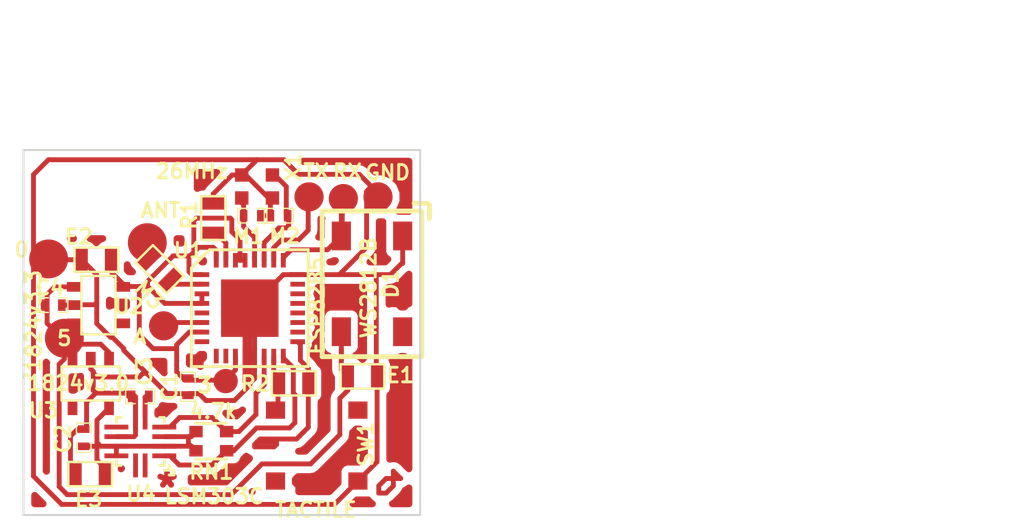
<source format=kicad_pcb>
(kicad_pcb (version 3) (host pcbnew "(2013-jul-07)-stable")

  (general
    (links 69)
    (no_connects 1)
    (area 34.2437 22.81 87.768572 50.2073)
    (thickness 1.6)
    (drawings 9)
    (tracks 323)
    (zones 0)
    (modules 28)
    (nets 17)
  )

  (page User 139.7 139.7)
  (layers
    (15 F.Cu signal)
    (0 B.Cu signal)
    (16 B.Adhes user)
    (17 F.Adhes user)
    (18 B.Paste user)
    (19 F.Paste user)
    (20 B.SilkS user)
    (21 F.SilkS user)
    (22 B.Mask user)
    (23 F.Mask user)
    (24 Dwgs.User user)
    (25 Cmts.User user)
    (26 Eco1.User user)
    (27 Eco2.User user)
    (28 Edge.Cuts user)
  )

  (setup
    (last_trace_width 0.254)
    (trace_clearance 0.2413)
    (zone_clearance 0.3556)
    (zone_45_only no)
    (trace_min 0.254)
    (segment_width 0.2)
    (edge_width 0.1)
    (via_size 0.889)
    (via_drill 0.635)
    (via_min_size 0.889)
    (via_min_drill 0.508)
    (uvia_size 0.508)
    (uvia_drill 0.127)
    (uvias_allowed no)
    (uvia_min_size 0.508)
    (uvia_min_drill 0.127)
    (pcb_text_width 0.3)
    (pcb_text_size 1.5 1.5)
    (mod_edge_width 0.15)
    (mod_text_size 0.762 0.762)
    (mod_text_width 0.15)
    (pad_size 1.27 1.27)
    (pad_drill 0)
    (pad_to_mask_clearance 0)
    (aux_axis_origin 0 0)
    (visible_elements FFFFFFBF)
    (pcbplotparams
      (layerselection 32768)
      (usegerberextensions false)
      (excludeedgelayer true)
      (linewidth 0.150000)
      (plotframeref false)
      (viasonmask false)
      (mode 1)
      (useauxorigin false)
      (hpglpennumber 1)
      (hpglpenspeed 20)
      (hpglpendiameter 15)
      (hpglpenoverlay 2)
      (psnegative false)
      (psa4output false)
      (plotreference true)
      (plotvalue true)
      (plotothertext true)
      (plotinvisibletext false)
      (padsonsilk false)
      (subtractmaskfromsilk false)
      (outputformat 2)
      (mirror false)
      (drillshape 0)
      (scaleselection 1)
      (outputdirectory ""))
  )

  (net 0 "")
  (net 1 +2.5V)
  (net 2 +3.3V)
  (net 3 +5V)
  (net 4 GND)
  (net 5 N-000001)
  (net 6 N-0000010)
  (net 7 N-0000012)
  (net 8 N-0000013)
  (net 9 N-0000014)
  (net 10 N-0000022)
  (net 11 N-000005)
  (net 12 N-000007)
  (net 13 N-000008)
  (net 14 N-000009)
  (net 15 SCL)
  (net 16 SDA)

  (net_class Default "This is the default net class."
    (clearance 0.2413)
    (trace_width 0.254)
    (via_dia 0.889)
    (via_drill 0.635)
    (uvia_dia 0.508)
    (uvia_drill 0.127)
    (add_net "")
    (add_net +2.5V)
    (add_net +3.3V)
    (add_net +5V)
    (add_net GND)
    (add_net N-000001)
    (add_net N-0000010)
    (add_net N-0000012)
    (add_net N-0000013)
    (add_net N-0000014)
    (add_net N-0000022)
    (add_net N-000005)
    (add_net N-000007)
    (add_net N-000008)
    (add_net N-000009)
    (add_net SCL)
    (add_net SDA)
  )

  (module TACTILE (layer F.Cu) (tedit 576C5554) (tstamp 576E2AC1)
    (at 50.94 46.21)
    (path /576C20E2)
    (fp_text reference SW1 (at 2.62 -0.13 90) (layer F.SilkS)
      (effects (font (size 0.762 0.762) (thickness 0.15)))
    )
    (fp_text value TACTILE (at 0 3.3) (layer F.SilkS)
      (effects (font (size 0.762 0.762) (thickness 0.15)))
    )
    (pad 1 smd rect (at -2.1 -1.9) (size 1 0.9)
      (layers F.Cu F.Paste F.Mask)
      (net 5 N-000001)
    )
    (pad 2 smd rect (at 2.2 -1.9) (size 1 0.9)
      (layers F.Cu F.Paste F.Mask)
    )
    (pad 3 smd rect (at -2.1 1.8) (size 1 0.9)
      (layers F.Cu F.Paste F.Mask)
    )
    (pad 4 smd rect (at 2.2 1.8) (size 1 0.9)
      (layers F.Cu F.Paste F.Mask)
      (net 4 GND)
    )
  )

  (module SOT23-5 (layer F.Cu) (tedit 576D47CF) (tstamp 576E2ACE)
    (at 39.6 38.83 270)
    (path /576C1E1A)
    (attr smd)
    (fp_text reference U2 (at 0.06 -1.59 360) (layer F.SilkS)
      (effects (font (size 0.762 0.762) (thickness 0.15)))
    )
    (fp_text value '1824v3.3 (at 1.01 3.38 270) (layer F.SilkS)
      (effects (font (size 0.762 0.762) (thickness 0.15)))
    )
    (fp_line (start 1.524 -0.889) (end 1.524 0.889) (layer F.SilkS) (width 0.127))
    (fp_line (start 1.524 0.889) (end -1.524 0.889) (layer F.SilkS) (width 0.127))
    (fp_line (start -1.524 0.889) (end -1.524 -0.889) (layer F.SilkS) (width 0.127))
    (fp_line (start -1.524 -0.889) (end 1.524 -0.889) (layer F.SilkS) (width 0.127))
    (pad 1 smd rect (at -0.9525 1.27 270) (size 0.508 0.762)
      (layers F.Cu F.Paste F.Mask)
      (net 3 +5V)
    )
    (pad 3 smd rect (at 0.9525 1.27 270) (size 0.508 0.762)
      (layers F.Cu F.Paste F.Mask)
      (net 3 +5V)
    )
    (pad 5 smd rect (at -0.9525 -1.27 270) (size 0.508 0.762)
      (layers F.Cu F.Paste F.Mask)
      (net 2 +3.3V)
    )
    (pad 2 smd rect (at 0 1.27 270) (size 0.508 0.762)
      (layers F.Cu F.Paste F.Mask)
      (net 4 GND)
    )
    (pad 4 smd rect (at 0.9525 -1.27 270) (size 0.508 0.762)
      (layers F.Cu F.Paste F.Mask)
    )
    (model smd/SOT23_5.wrl
      (at (xyz 0 0 0))
      (scale (xyz 0.1 0.1 0.1))
      (rotate (xyz 0 0 0))
    )
  )

  (module SOT23-5 (layer F.Cu) (tedit 576C55BC) (tstamp 576E2ADB)
    (at 39.2 42.92 180)
    (path /576C2330)
    (attr smd)
    (fp_text reference U3 (at 2.47 -1.41 180) (layer F.SilkS)
      (effects (font (size 0.762 0.762) (thickness 0.15)))
    )
    (fp_text value '1824v3.0 (at 0.83 0.02 180) (layer F.SilkS)
      (effects (font (size 0.762 0.762) (thickness 0.15)))
    )
    (fp_line (start 1.524 -0.889) (end 1.524 0.889) (layer F.SilkS) (width 0.127))
    (fp_line (start 1.524 0.889) (end -1.524 0.889) (layer F.SilkS) (width 0.127))
    (fp_line (start -1.524 0.889) (end -1.524 -0.889) (layer F.SilkS) (width 0.127))
    (fp_line (start -1.524 -0.889) (end 1.524 -0.889) (layer F.SilkS) (width 0.127))
    (pad 1 smd rect (at -0.9525 1.27 180) (size 0.508 0.762)
      (layers F.Cu F.Paste F.Mask)
      (net 3 +5V)
    )
    (pad 3 smd rect (at 0.9525 1.27 180) (size 0.508 0.762)
      (layers F.Cu F.Paste F.Mask)
      (net 3 +5V)
    )
    (pad 5 smd rect (at -0.9525 -1.27 180) (size 0.508 0.762)
      (layers F.Cu F.Paste F.Mask)
      (net 1 +2.5V)
    )
    (pad 2 smd rect (at 0 1.27 180) (size 0.508 0.762)
      (layers F.Cu F.Paste F.Mask)
      (net 4 GND)
    )
    (pad 4 smd rect (at 0.9525 -1.27 180) (size 0.508 0.762)
      (layers F.Cu F.Paste F.Mask)
    )
    (model smd/SOT23_5.wrl
      (at (xyz 0 0 0))
      (scale (xyz 0.1 0.1 0.1))
      (rotate (xyz 0 0 0))
    )
  )

  (module SM0603 (layer F.Cu) (tedit 576C7D6B) (tstamp 576E2AE5)
    (at 42.799 36.957 315)
    (path /576C1959)
    (attr smd)
    (fp_text reference M3 (at 0.561443 1.351988 315) (layer F.SilkS)
      (effects (font (size 0.762 0.762) (thickness 0.15)))
    )
    (fp_text value 5.6p (at 0 0 315) (layer F.SilkS) hide
      (effects (font (size 0.762 0.762) (thickness 0.15)))
    )
    (fp_line (start -1.143 -0.635) (end 1.143 -0.635) (layer F.SilkS) (width 0.127))
    (fp_line (start 1.143 -0.635) (end 1.143 0.635) (layer F.SilkS) (width 0.127))
    (fp_line (start 1.143 0.635) (end -1.143 0.635) (layer F.SilkS) (width 0.127))
    (fp_line (start -1.143 0.635) (end -1.143 -0.635) (layer F.SilkS) (width 0.127))
    (pad 1 smd rect (at -0.762 0 315) (size 0.635 1.143)
      (layers F.Cu F.Paste F.Mask)
      (net 6 N-0000010)
    )
    (pad 2 smd rect (at 0.762 0 315) (size 0.635 1.143)
      (layers F.Cu F.Paste F.Mask)
      (net 12 N-000007)
    )
    (model smd\resistors\R0603.wrl
      (at (xyz 0 0 0.001))
      (scale (xyz 0.5 0.5 0.5))
      (rotate (xyz 0 0 0))
    )
  )

  (module SM0603 (layer F.Cu) (tedit 576C5557) (tstamp 576E2AF9)
    (at 49.79 42.91 180)
    (path /576C24A9)
    (attr smd)
    (fp_text reference R2 (at 2.01 -0.02 180) (layer F.SilkS)
      (effects (font (size 0.762 0.762) (thickness 0.15)))
    )
    (fp_text value 12k (at 0 0 180) (layer F.SilkS) hide
      (effects (font (size 0.762 0.762) (thickness 0.15)))
    )
    (fp_line (start -1.143 -0.635) (end 1.143 -0.635) (layer F.SilkS) (width 0.127))
    (fp_line (start 1.143 -0.635) (end 1.143 0.635) (layer F.SilkS) (width 0.127))
    (fp_line (start 1.143 0.635) (end -1.143 0.635) (layer F.SilkS) (width 0.127))
    (fp_line (start -1.143 0.635) (end -1.143 -0.635) (layer F.SilkS) (width 0.127))
    (pad 1 smd rect (at -0.762 0 180) (size 0.635 1.143)
      (layers F.Cu F.Paste F.Mask)
      (net 2 +3.3V)
    )
    (pad 2 smd rect (at 0.762 0 180) (size 0.635 1.143)
      (layers F.Cu F.Paste F.Mask)
      (net 5 N-000001)
    )
    (model smd\resistors\R0603.wrl
      (at (xyz 0 0 0.001))
      (scale (xyz 0.5 0.5 0.5))
      (rotate (xyz 0 0 0))
    )
  )

  (module QFN32 (layer F.Cu) (tedit 576C7D65) (tstamp 576E2B24)
    (at 47.498 38.989)
    (descr "Support CMS Plcc 32 pins")
    (tags "CMS Plcc")
    (path /576C192F)
    (attr smd)
    (fp_text reference U1 (at -3.198 -3.019) (layer F.SilkS)
      (effects (font (size 0.762 0.762) (thickness 0.15)))
    )
    (fp_text value ESP8285 (at 3.502 -0.129 90) (layer F.SilkS)
      (effects (font (size 0.762 0.762) (thickness 0.15)))
    )
    (fp_line (start -2.0955 -3.048) (end 2.0955 -3.048) (layer F.SilkS) (width 0.1524))
    (fp_line (start 2.0955 -3.048) (end 3.048 -3.048) (layer F.SilkS) (width 0.1524))
    (fp_line (start 3.048 -3.048) (end 3.048 3.048) (layer F.SilkS) (width 0.1524))
    (fp_line (start 3.048 3.048) (end -3.048 3.048) (layer F.SilkS) (width 0.1524))
    (fp_line (start -3.048 3.048) (end -3.048 -2.0955) (layer F.SilkS) (width 0.1524))
    (fp_line (start -3.048 -2.0955) (end -2.0955 -3.048) (layer F.SilkS) (width 0.1524))
    (pad 31 smd rect (at -1.24968 -2.49936) (size 0.254 0.762)
      (layers F.Cu F.Paste F.Mask)
      (net 14 N-000009)
    )
    (pad 30 smd rect (at -0.7493 -2.49936) (size 0.254 0.762)
      (layers F.Cu F.Paste F.Mask)
      (net 2 +3.3V)
    )
    (pad 29 smd rect (at -0.24892 -2.49936) (size 0.254 0.762)
      (layers F.Cu F.Paste F.Mask)
      (net 2 +3.3V)
    )
    (pad 32 smd rect (at -1.75006 -2.49936) (size 0.254 0.762)
      (layers F.Cu F.Paste F.Mask)
      (net 2 +3.3V)
    )
    (pad 1 smd rect (at -2.49936 -1.75006 90) (size 0.254 0.762)
      (layers F.Cu F.Paste F.Mask)
      (net 2 +3.3V)
    )
    (pad 2 smd rect (at -2.49936 -1.24968 90) (size 0.254 0.762)
      (layers F.Cu F.Paste F.Mask)
      (net 12 N-000007)
    )
    (pad 3 smd rect (at -2.49936 -0.7493 90) (size 0.254 0.762)
      (layers F.Cu F.Paste F.Mask)
      (net 2 +3.3V)
    )
    (pad 4 smd rect (at -2.49936 -0.24892 90) (size 0.254 0.762)
      (layers F.Cu F.Paste F.Mask)
      (net 2 +3.3V)
    )
    (pad 5 smd rect (at -2.49936 0.24892 90) (size 0.254 0.762)
      (layers F.Cu F.Paste F.Mask)
    )
    (pad 6 smd rect (at -2.49936 0.7493 90) (size 0.254 0.762)
      (layers F.Cu F.Paste F.Mask)
      (net 8 N-0000013)
    )
    (pad 7 smd rect (at -2.49936 1.24968 90) (size 0.254 0.762)
      (layers F.Cu F.Paste F.Mask)
      (net 2 +3.3V)
    )
    (pad 8 smd rect (at -2.49936 1.75006 90) (size 0.254 0.762)
      (layers F.Cu F.Paste F.Mask)
    )
    (pad 16 smd rect (at 1.75006 2.49936) (size 0.254 0.762)
      (layers F.Cu F.Paste F.Mask)
      (net 15 SCL)
    )
    (pad 9 smd rect (at -1.75006 2.49936) (size 0.254 0.762)
      (layers F.Cu F.Paste F.Mask)
    )
    (pad 10 smd rect (at -1.24968 2.49936) (size 0.254 0.762)
      (layers F.Cu F.Paste F.Mask)
    )
    (pad 11 smd rect (at -0.7493 2.49936) (size 0.254 0.762)
      (layers F.Cu F.Paste F.Mask)
      (net 2 +3.3V)
    )
    (pad 12 smd rect (at -0.24892 2.49936) (size 0.254 0.762)
      (layers F.Cu F.Paste F.Mask)
      (net 4 GND)
    )
    (pad 13 smd rect (at 0.24892 2.49936) (size 0.254 0.762)
      (layers F.Cu F.Paste F.Mask)
      (net 4 GND)
    )
    (pad 14 smd rect (at 0.7493 2.49936) (size 0.254 0.762)
      (layers F.Cu F.Paste F.Mask)
      (net 16 SDA)
    )
    (pad 15 smd rect (at 1.24968 2.49936) (size 0.254 0.762)
      (layers F.Cu F.Paste F.Mask)
      (net 5 N-000001)
    )
    (pad 17 smd rect (at 2.49936 1.75006 90) (size 0.254 0.762)
      (layers F.Cu F.Paste F.Mask)
      (net 2 +3.3V)
    )
    (pad 18 smd rect (at 2.49936 1.24968 90) (size 0.254 0.762)
      (layers F.Cu F.Paste F.Mask)
    )
    (pad 19 smd rect (at 2.49936 0.7493 90) (size 0.254 0.762)
      (layers F.Cu F.Paste F.Mask)
    )
    (pad 20 smd rect (at 2.49936 0.24892 90) (size 0.254 0.762)
      (layers F.Cu F.Paste F.Mask)
    )
    (pad 21 smd rect (at 2.49936 -0.24892 90) (size 0.254 0.762)
      (layers F.Cu F.Paste F.Mask)
    )
    (pad 22 smd rect (at 2.49936 -0.7493 90) (size 0.254 0.762)
      (layers F.Cu F.Paste F.Mask)
    )
    (pad 23 smd rect (at 2.49936 -1.24968 90) (size 0.254 0.762)
      (layers F.Cu F.Paste F.Mask)
    )
    (pad 24 smd rect (at 2.49936 -1.75006 90) (size 0.254 0.762)
      (layers F.Cu F.Paste F.Mask)
      (net 4 GND)
    )
    (pad 25 smd rect (at 1.75006 -2.49936) (size 0.254 0.762)
      (layers F.Cu F.Paste F.Mask)
      (net 11 N-000005)
    )
    (pad 26 smd rect (at 1.24968 -2.49936) (size 0.254 0.762)
      (layers F.Cu F.Paste F.Mask)
      (net 10 N-0000022)
    )
    (pad 27 smd rect (at 0.7493 -2.49936) (size 0.254 0.762)
      (layers F.Cu F.Paste F.Mask)
      (net 13 N-000008)
    )
    (pad 28 smd rect (at 0.24892 -2.49936) (size 0.254 0.762)
      (layers F.Cu F.Paste F.Mask)
      (net 7 N-0000012)
    )
    (pad 33 smd rect (at 0 0) (size 2.99974 2.99974)
      (layers F.Cu F.Paste F.Mask)
      (net 4 GND)
    )
  )

  (module 12LGA (layer F.Cu) (tedit 576C55C5) (tstamp 576E2B5E)
    (at 41.785 45.945 180)
    (path /576C1920)
    (fp_text reference U4 (at -0.035 -2.735 180) (layer F.SilkS)
      (effects (font (size 0.762 0.762) (thickness 0.15)))
    )
    (fp_text value LSM303C (at -3.855 -2.865 180) (layer F.SilkS)
      (effects (font (size 0.762 0.762) (thickness 0.15)))
    )
    (fp_line (start -1.75 -1.5) (end -1.75 -1.75) (layer F.SilkS) (width 0.15))
    (fp_line (start -1.75 -1.75) (end -1.5 -1.75) (layer F.SilkS) (width 0.15))
    (fp_line (start -1.5 -1.25) (end -1.5 -1.5) (layer F.SilkS) (width 0.15))
    (fp_line (start -1.5 -1.5) (end -1.25 -1.5) (layer F.SilkS) (width 0.15))
    (fp_line (start -1 1.25) (end -1.25 1.25) (layer F.SilkS) (width 0.15))
    (fp_line (start -1.25 1.25) (end -1.25 1) (layer F.SilkS) (width 0.15))
    (fp_line (start 1.25 1) (end 1.25 1.25) (layer F.SilkS) (width 0.15))
    (fp_line (start 1.25 1.25) (end 1 1.25) (layer F.SilkS) (width 0.15))
    (fp_line (start 1 -1.25) (end 1.25 -1.25) (layer F.SilkS) (width 0.15))
    (fp_line (start 1.25 -1.25) (end 1.25 -1) (layer F.SilkS) (width 0.15))
    (fp_line (start -1.25 -1) (end -1.25 -1.25) (layer F.SilkS) (width 0.15))
    (fp_line (start -1.25 -1.25) (end -1 -1.25) (layer F.SilkS) (width 0.15))
    (pad 1 smd rect (at -1.25 -0.75 180) (size 1.25 0.25)
      (layers F.Cu F.Paste F.Mask)
      (net 15 SCL)
    )
    (pad 2 smd rect (at -1.25 -0.25 180) (size 1.25 0.25)
      (layers F.Cu F.Paste F.Mask)
      (net 1 +2.5V)
    )
    (pad 3 smd rect (at -1.25 0.25 180) (size 1.25 0.25)
      (layers F.Cu F.Paste F.Mask)
      (net 1 +2.5V)
    )
    (pad 4 smd rect (at -1.25 0.75 180) (size 1.25 0.25)
      (layers F.Cu F.Paste F.Mask)
      (net 16 SDA)
    )
    (pad 5 smd rect (at -0.25 1.25 180) (size 0.25 1.25)
      (layers F.Cu F.Paste F.Mask)
      (net 9 N-0000014)
    )
    (pad 6 smd rect (at 0.25 1.25 180) (size 0.25 1.25)
      (layers F.Cu F.Paste F.Mask)
      (net 4 GND)
    )
    (pad 7 smd rect (at 1.25 0.75 180) (size 1.25 0.25)
      (layers F.Cu F.Paste F.Mask)
    )
    (pad 8 smd rect (at 1.25 0.25 180) (size 1.25 0.25)
      (layers F.Cu F.Paste F.Mask)
      (net 4 GND)
    )
    (pad 9 smd rect (at 1.25 -0.25 180) (size 1.25 0.25)
      (layers F.Cu F.Paste F.Mask)
      (net 1 +2.5V)
    )
    (pad 10 smd rect (at 1.25 -0.75 180) (size 1.25 0.25)
      (layers F.Cu F.Paste F.Mask)
      (net 1 +2.5V)
    )
    (pad 11 smd rect (at 0.25 -1.25 180) (size 0.25 1.25)
      (layers F.Cu F.Paste F.Mask)
    )
    (pad 12 smd rect (at -0.25 -1.25 180) (size 0.25 1.25)
      (layers F.Cu F.Paste F.Mask)
    )
  )

  (module .1SMTPIN (layer F.Cu) (tedit 576C5527) (tstamp 576E2B63)
    (at 42.15 35.57)
    (path /576C1D0E)
    (fp_text reference P4 (at 0 0) (layer F.SilkS) hide
      (effects (font (size 0.762 0.762) (thickness 0.15)))
    )
    (fp_text value ANT (at 0.687 -1.681) (layer F.SilkS)
      (effects (font (size 0.762 0.762) (thickness 0.15)))
    )
    (pad 1 smd circle (at 0 0) (size 2.032 2.032)
      (layers F.Cu F.Paste F.Mask)
      (net 6 N-0000010)
    )
  )

  (module .1SMTPIN (layer F.Cu) (tedit 576C54BE) (tstamp 576E2B68)
    (at 50.59 33.18)
    (path /576C2572)
    (fp_text reference P2 (at -0.07 1.6 90) (layer F.SilkS) hide
      (effects (font (size 0.762 0.762) (thickness 0.15)))
    )
    (fp_text value TX (at 0.37 -1.32) (layer F.SilkS)
      (effects (font (size 0.762 0.762) (thickness 0.15)))
    )
    (pad 1 smd circle (at 0 0) (size 1.524 1.524)
      (layers F.Cu F.Paste F.Mask)
      (net 10 N-0000022)
    )
  )

  (module .1SMTPIN (layer F.Cu) (tedit 576C54C1) (tstamp 576C3082)
    (at 52.38 33.27)
    (path /576C2578)
    (fp_text reference P1 (at 0 0) (layer F.SilkS) hide
      (effects (font (size 0.762 0.762) (thickness 0.15)))
    )
    (fp_text value RX (at 0.21 -1.4) (layer F.SilkS)
      (effects (font (size 0.762 0.762) (thickness 0.15)))
    )
    (pad 1 smd circle (at 0 0) (size 1.524 1.524)
      (layers F.Cu F.Paste F.Mask)
      (net 11 N-000005)
    )
  )

  (module .1SMTPIN (layer F.Cu) (tedit 576C54C4) (tstamp 576E2B72)
    (at 54.19 33.18)
    (path /576C257E)
    (fp_text reference P3 (at 0 0) (layer F.SilkS) hide
      (effects (font (size 0.762 0.762) (thickness 0.15)))
    )
    (fp_text value GND (at 0.5 -1.27) (layer F.SilkS)
      (effects (font (size 0.762 0.762) (thickness 0.15)))
    )
    (pad 1 smd circle (at 0 0) (size 1.524 1.524)
      (layers F.Cu F.Paste F.Mask)
      (net 4 GND)
    )
  )

  (module XTAL4TINY (layer F.Cu) (tedit 576C54BD) (tstamp 576C2761)
    (at 47.879 32.639)
    (path /576C19C1)
    (fp_text reference X1 (at 1.891 -1.009 90) (layer F.SilkS)
      (effects (font (size 0.762 0.762) (thickness 0.15)))
    )
    (fp_text value 26MHz (at -3.409 -0.799) (layer F.SilkS)
      (effects (font (size 0.762 0.762) (thickness 0.15)))
    )
    (pad 1 smd rect (at -0.8 0.6) (size 0.7 0.7)
      (layers F.Cu F.Paste F.Mask)
      (net 7 N-0000012)
    )
    (pad 2 smd rect (at 0.8 -0.6) (size 0.7 0.7)
      (layers F.Cu F.Paste F.Mask)
      (net 13 N-000008)
    )
    (pad 3 smd rect (at -0.8 -0.6) (size 0.7 0.7)
      (layers F.Cu F.Paste F.Mask)
      (net 4 GND)
    )
    (pad 4 smd rect (at 0.8 0.6) (size 0.7 0.7)
      (layers F.Cu F.Paste F.Mask)
      (net 4 GND)
    )
  )

  (module SM0402 (layer F.Cu) (tedit 576C5465) (tstamp 576C2BBA)
    (at 47.625 34.163)
    (path /576C2FB6)
    (attr smd)
    (fp_text reference M1 (at -0.195 1.067) (layer F.SilkS)
      (effects (font (size 0.762 0.762) (thickness 0.15)))
    )
    (fp_text value 5.6p (at 0.09906 0) (layer F.SilkS) hide
      (effects (font (size 0.762 0.762) (thickness 0.15)))
    )
    (fp_line (start -0.254 -0.381) (end -0.762 -0.381) (layer F.SilkS) (width 0.07112))
    (fp_line (start -0.762 -0.381) (end -0.762 0.381) (layer F.SilkS) (width 0.07112))
    (fp_line (start -0.762 0.381) (end -0.254 0.381) (layer F.SilkS) (width 0.07112))
    (fp_line (start 0.254 -0.381) (end 0.762 -0.381) (layer F.SilkS) (width 0.07112))
    (fp_line (start 0.762 -0.381) (end 0.762 0.381) (layer F.SilkS) (width 0.07112))
    (fp_line (start 0.762 0.381) (end 0.254 0.381) (layer F.SilkS) (width 0.07112))
    (pad 1 smd rect (at -0.44958 0) (size 0.39878 0.59944)
      (layers F.Cu F.Paste F.Mask)
      (net 7 N-0000012)
    )
    (pad 2 smd rect (at 0.44958 0) (size 0.39878 0.59944)
      (layers F.Cu F.Paste F.Mask)
      (net 4 GND)
    )
    (model smd\chip_cms.wrl
      (at (xyz 0 0 0.002))
      (scale (xyz 0.05 0.05 0.05))
      (rotate (xyz 0 0 0))
    )
  )

  (module SM0402 (layer F.Cu) (tedit 576D4912) (tstamp 576C2BC6)
    (at 49.022 34.163 180)
    (path /576C2CF8)
    (attr smd)
    (fp_text reference M2 (at -0.298 -1.057 180) (layer F.SilkS)
      (effects (font (size 0.762 0.762) (thickness 0.15)))
    )
    (fp_text value 5.6p (at 0.09906 0 180) (layer F.SilkS) hide
      (effects (font (size 0.762 0.762) (thickness 0.15)))
    )
    (fp_line (start -0.254 -0.381) (end -0.762 -0.381) (layer F.SilkS) (width 0.07112))
    (fp_line (start -0.762 -0.381) (end -0.762 0.381) (layer F.SilkS) (width 0.07112))
    (fp_line (start -0.762 0.381) (end -0.254 0.381) (layer F.SilkS) (width 0.07112))
    (fp_line (start 0.254 -0.381) (end 0.762 -0.381) (layer F.SilkS) (width 0.07112))
    (fp_line (start 0.762 -0.381) (end 0.762 0.381) (layer F.SilkS) (width 0.07112))
    (fp_line (start 0.762 0.381) (end 0.254 0.381) (layer F.SilkS) (width 0.07112))
    (pad 1 smd rect (at -0.44958 0 180) (size 0.39878 0.59944)
      (layers F.Cu F.Paste F.Mask)
      (net 13 N-000008)
    )
    (pad 2 smd rect (at 0.44958 0 180) (size 0.39878 0.59944)
      (layers F.Cu F.Paste F.Mask)
      (net 4 GND)
    )
    (model smd\chip_cms.wrl
      (at (xyz 0 0 0.002))
      (scale (xyz 0.05 0.05 0.05))
      (rotate (xyz 0 0 0))
    )
  )

  (module SM0603 (layer F.Cu) (tedit 576C540A) (tstamp 576E2AEF)
    (at 45.593 34.29 270)
    (path /576C1B09)
    (attr smd)
    (fp_text reference R1 (at -0.15 1.253 270) (layer F.SilkS)
      (effects (font (size 0.762 0.762) (thickness 0.15)))
    )
    (fp_text value 12k (at 0 0 270) (layer F.SilkS) hide
      (effects (font (size 0.762 0.762) (thickness 0.15)))
    )
    (fp_line (start -1.143 -0.635) (end 1.143 -0.635) (layer F.SilkS) (width 0.127))
    (fp_line (start 1.143 -0.635) (end 1.143 0.635) (layer F.SilkS) (width 0.127))
    (fp_line (start 1.143 0.635) (end -1.143 0.635) (layer F.SilkS) (width 0.127))
    (fp_line (start -1.143 0.635) (end -1.143 -0.635) (layer F.SilkS) (width 0.127))
    (pad 1 smd rect (at -0.762 0 270) (size 0.635 1.143)
      (layers F.Cu F.Paste F.Mask)
      (net 4 GND)
    )
    (pad 2 smd rect (at 0.762 0 270) (size 0.635 1.143)
      (layers F.Cu F.Paste F.Mask)
      (net 14 N-000009)
    )
    (model smd\resistors\R0603.wrl
      (at (xyz 0 0 0.001))
      (scale (xyz 0.5 0.5 0.5))
      (rotate (xyz 0 0 0))
    )
  )

  (module .1SMTPIN (layer F.Cu) (tedit 576C559D) (tstamp 576C3DA8)
    (at 43 39.91)
    (path /576C2F50)
    (fp_text reference P5 (at 0.56 -1.13) (layer F.SilkS) hide
      (effects (font (size 0.762 0.762) (thickness 0.15)))
    )
    (fp_text value A (at -1.24 0.57) (layer F.SilkS)
      (effects (font (size 0.762 0.762) (thickness 0.15)))
    )
    (pad 1 smd circle (at 0 0) (size 1.524 1.524)
      (layers F.Cu F.Paste F.Mask)
      (net 8 N-0000013)
    )
  )

  (module NETWORK0606 (layer F.Cu) (tedit 576C555D) (tstamp 576C3430)
    (at 45.49 45.93 180)
    (path /576C254F)
    (fp_text reference RN1 (at 0 -1.6 180) (layer F.SilkS)
      (effects (font (size 0.762 0.762) (thickness 0.15)))
    )
    (fp_text value 4.7k (at -0.1 1.56 180) (layer F.SilkS)
      (effects (font (size 0.762 0.762) (thickness 0.15)))
    )
    (fp_line (start 0.8 -0.93) (end -0.8 -0.93) (layer F.SilkS) (width 0.15))
    (fp_line (start -0.78 0.93) (end 0.82 0.93) (layer F.SilkS) (width 0.15))
    (pad 1 smd rect (at -0.8 -0.5 180) (size 0.7 0.6)
      (layers F.Cu F.Paste F.Mask)
      (net 15 SCL)
    )
    (pad 2 smd rect (at 0.8 -0.5 180) (size 0.7 0.6)
      (layers F.Cu F.Paste F.Mask)
      (net 1 +2.5V)
    )
    (pad 3 smd rect (at -0.8 0.5 180) (size 0.7 0.6)
      (layers F.Cu F.Paste F.Mask)
      (net 16 SDA)
    )
    (pad 4 smd rect (at 0.8 0.5 180) (size 0.7 0.6)
      (layers F.Cu F.Paste F.Mask)
      (net 1 +2.5V)
    )
  )

  (module SM0603 (layer F.Cu) (tedit 576C54EC) (tstamp 576C36B8)
    (at 39.17 47.65)
    (path /576C36BE)
    (attr smd)
    (fp_text reference E3 (at -0.08 1.32) (layer F.SilkS)
      (effects (font (size 0.762 0.762) (thickness 0.15)))
    )
    (fp_text value 10u (at 0 0) (layer F.SilkS) hide
      (effects (font (size 0.762 0.762) (thickness 0.15)))
    )
    (fp_line (start -1.143 -0.635) (end 1.143 -0.635) (layer F.SilkS) (width 0.127))
    (fp_line (start 1.143 -0.635) (end 1.143 0.635) (layer F.SilkS) (width 0.127))
    (fp_line (start 1.143 0.635) (end -1.143 0.635) (layer F.SilkS) (width 0.127))
    (fp_line (start -1.143 0.635) (end -1.143 -0.635) (layer F.SilkS) (width 0.127))
    (pad 1 smd rect (at -0.762 0) (size 0.635 1.143)
      (layers F.Cu F.Paste F.Mask)
      (net 4 GND)
    )
    (pad 2 smd rect (at 0.762 0) (size 0.635 1.143)
      (layers F.Cu F.Paste F.Mask)
      (net 1 +2.5V)
    )
    (model smd\resistors\R0603.wrl
      (at (xyz 0 0 0.001))
      (scale (xyz 0.5 0.5 0.5))
      (rotate (xyz 0 0 0))
    )
  )

  (module SM0603 (layer F.Cu) (tedit 576D4D22) (tstamp 576C36C2)
    (at 39.49 36.46)
    (path /576C3722)
    (attr smd)
    (fp_text reference E2 (at -0.91 -1.2) (layer F.SilkS)
      (effects (font (size 0.762 0.762) (thickness 0.15)))
    )
    (fp_text value 10u (at 0 0) (layer F.SilkS) hide
      (effects (font (size 0.762 0.762) (thickness 0.15)))
    )
    (fp_line (start -1.143 -0.635) (end 1.143 -0.635) (layer F.SilkS) (width 0.127))
    (fp_line (start 1.143 -0.635) (end 1.143 0.635) (layer F.SilkS) (width 0.127))
    (fp_line (start 1.143 0.635) (end -1.143 0.635) (layer F.SilkS) (width 0.127))
    (fp_line (start -1.143 0.635) (end -1.143 -0.635) (layer F.SilkS) (width 0.127))
    (pad 1 smd rect (at -0.762 0) (size 0.635 1.143)
      (layers F.Cu F.Paste F.Mask)
      (net 4 GND)
    )
    (pad 2 smd rect (at 0.762 0) (size 0.635 1.143)
      (layers F.Cu F.Paste F.Mask)
      (net 2 +3.3V)
    )
    (model smd\resistors\R0603.wrl
      (at (xyz 0 0 0.001))
      (scale (xyz 0.5 0.5 0.5))
      (rotate (xyz 0 0 0))
    )
  )

  (module SM0603 (layer F.Cu) (tedit 576D4973) (tstamp 576C36CC)
    (at 53.38 42.55 180)
    (path /576C372A)
    (attr smd)
    (fp_text reference E1 (at -1.97 0.06 180) (layer F.SilkS)
      (effects (font (size 0.762 0.762) (thickness 0.15)))
    )
    (fp_text value 10u (at 0 0 180) (layer F.SilkS) hide
      (effects (font (size 0.762 0.762) (thickness 0.15)))
    )
    (fp_line (start -1.143 -0.635) (end 1.143 -0.635) (layer F.SilkS) (width 0.127))
    (fp_line (start 1.143 -0.635) (end 1.143 0.635) (layer F.SilkS) (width 0.127))
    (fp_line (start 1.143 0.635) (end -1.143 0.635) (layer F.SilkS) (width 0.127))
    (fp_line (start -1.143 0.635) (end -1.143 -0.635) (layer F.SilkS) (width 0.127))
    (pad 1 smd rect (at -0.762 0 180) (size 0.635 1.143)
      (layers F.Cu F.Paste F.Mask)
      (net 4 GND)
    )
    (pad 2 smd rect (at 0.762 0 180) (size 0.635 1.143)
      (layers F.Cu F.Paste F.Mask)
      (net 3 +5V)
    )
    (model smd\resistors\R0603.wrl
      (at (xyz 0 0 0.001))
      (scale (xyz 0.5 0.5 0.5))
      (rotate (xyz 0 0 0))
    )
  )

  (module SM0402 (layer F.Cu) (tedit 576C551C) (tstamp 576C36D8)
    (at 44.27 43.09 90)
    (path /576C2DFD)
    (attr smd)
    (fp_text reference C1 (at 0 -0.96 90) (layer F.SilkS)
      (effects (font (size 0.762 0.762) (thickness 0.15)))
    )
    (fp_text value .1u (at 0.09906 0 90) (layer F.SilkS) hide
      (effects (font (size 0.762 0.762) (thickness 0.15)))
    )
    (fp_line (start -0.254 -0.381) (end -0.762 -0.381) (layer F.SilkS) (width 0.07112))
    (fp_line (start -0.762 -0.381) (end -0.762 0.381) (layer F.SilkS) (width 0.07112))
    (fp_line (start -0.762 0.381) (end -0.254 0.381) (layer F.SilkS) (width 0.07112))
    (fp_line (start 0.254 -0.381) (end 0.762 -0.381) (layer F.SilkS) (width 0.07112))
    (fp_line (start 0.762 -0.381) (end 0.762 0.381) (layer F.SilkS) (width 0.07112))
    (fp_line (start 0.762 0.381) (end 0.254 0.381) (layer F.SilkS) (width 0.07112))
    (pad 1 smd rect (at -0.44958 0 90) (size 0.39878 0.59944)
      (layers F.Cu F.Paste F.Mask)
      (net 4 GND)
    )
    (pad 2 smd rect (at 0.44958 0 90) (size 0.39878 0.59944)
      (layers F.Cu F.Paste F.Mask)
      (net 2 +3.3V)
    )
    (model smd\chip_cms.wrl
      (at (xyz 0 0 0.002))
      (scale (xyz 0.05 0.05 0.05))
      (rotate (xyz 0 0 0))
    )
  )

  (module SM0402 (layer F.Cu) (tedit 576C54F1) (tstamp 576C36E4)
    (at 38.83 45.75 270)
    (path /576C35FC)
    (attr smd)
    (fp_text reference C2 (at 0.06 1.07 270) (layer F.SilkS)
      (effects (font (size 0.762 0.762) (thickness 0.15)))
    )
    (fp_text value .1u (at 0.09906 0 270) (layer F.SilkS) hide
      (effects (font (size 0.762 0.762) (thickness 0.15)))
    )
    (fp_line (start -0.254 -0.381) (end -0.762 -0.381) (layer F.SilkS) (width 0.07112))
    (fp_line (start -0.762 -0.381) (end -0.762 0.381) (layer F.SilkS) (width 0.07112))
    (fp_line (start -0.762 0.381) (end -0.254 0.381) (layer F.SilkS) (width 0.07112))
    (fp_line (start 0.254 -0.381) (end 0.762 -0.381) (layer F.SilkS) (width 0.07112))
    (fp_line (start 0.762 -0.381) (end 0.762 0.381) (layer F.SilkS) (width 0.07112))
    (fp_line (start 0.762 0.381) (end 0.254 0.381) (layer F.SilkS) (width 0.07112))
    (pad 1 smd rect (at -0.44958 0 270) (size 0.39878 0.59944)
      (layers F.Cu F.Paste F.Mask)
      (net 4 GND)
    )
    (pad 2 smd rect (at 0.44958 0 270) (size 0.39878 0.59944)
      (layers F.Cu F.Paste F.Mask)
      (net 1 +2.5V)
    )
    (model smd\chip_cms.wrl
      (at (xyz 0 0 0.002))
      (scale (xyz 0.05 0.05 0.05))
      (rotate (xyz 0 0 0))
    )
  )

  (module SM0402 (layer F.Cu) (tedit 576D4C7C) (tstamp 576C36F0)
    (at 41.78 43.59)
    (path /576C3610)
    (attr smd)
    (fp_text reference C3 (at 0.21 -1.3 90) (layer F.SilkS)
      (effects (font (size 0.762 0.762) (thickness 0.15)))
    )
    (fp_text value .1u (at 0.09906 0) (layer F.SilkS) hide
      (effects (font (size 0.762 0.762) (thickness 0.15)))
    )
    (fp_line (start -0.254 -0.381) (end -0.762 -0.381) (layer F.SilkS) (width 0.07112))
    (fp_line (start -0.762 -0.381) (end -0.762 0.381) (layer F.SilkS) (width 0.07112))
    (fp_line (start -0.762 0.381) (end -0.254 0.381) (layer F.SilkS) (width 0.07112))
    (fp_line (start 0.254 -0.381) (end 0.762 -0.381) (layer F.SilkS) (width 0.07112))
    (fp_line (start 0.762 -0.381) (end 0.762 0.381) (layer F.SilkS) (width 0.07112))
    (fp_line (start 0.762 0.381) (end 0.254 0.381) (layer F.SilkS) (width 0.07112))
    (pad 1 smd rect (at -0.44958 0) (size 0.39878 0.59944)
      (layers F.Cu F.Paste F.Mask)
      (net 4 GND)
    )
    (pad 2 smd rect (at 0.44958 0) (size 0.39878 0.59944)
      (layers F.Cu F.Paste F.Mask)
      (net 9 N-0000014)
    )
    (model smd\chip_cms.wrl
      (at (xyz 0 0 0.002))
      (scale (xyz 0.05 0.05 0.05))
      (rotate (xyz 0 0 0))
    )
  )

  (module .1SMTPIN (layer F.Cu) (tedit 576C55B2) (tstamp 576C36F5)
    (at 37.82 40.56)
    (path /576C373C)
    (fp_text reference P7 (at 0 0) (layer F.SilkS) hide
      (effects (font (size 0.762 0.762) (thickness 0.15)))
    )
    (fp_text value 5 (at 0 0) (layer F.SilkS)
      (effects (font (size 0.762 0.762) (thickness 0.15)))
    )
    (pad 1 smd circle (at 0 0) (size 2.032 2.032)
      (layers F.Cu F.Paste F.Mask)
      (net 3 +5V)
    )
  )

  (module .1SMTPIN (layer F.Cu) (tedit 576C55AD) (tstamp 576C36FA)
    (at 37 36.42)
    (path /576C377C)
    (fp_text reference P6 (at 0 0) (layer F.SilkS) hide
      (effects (font (size 0.762 0.762) (thickness 0.15)))
    )
    (fp_text value 0 (at -1.41 -0.48) (layer F.SilkS)
      (effects (font (size 0.762 0.762) (thickness 0.15)))
    )
    (pad 1 smd circle (at 0 0) (size 2.032 2.032)
      (layers F.Cu F.Paste F.Mask)
      (net 4 GND)
    )
  )

  (module WS2812B (layer F.Cu) (tedit 576D465F) (tstamp 576C25ED)
    (at 53.975 37.719 90)
    (path /576C2EA4)
    (fp_text reference D1 (at -0.001 0.885 90) (layer F.SilkS)
      (effects (font (size 0.762 0.762) (thickness 0.1524)))
    )
    (fp_text value WS2812B (at -0.201 -0.275 90) (layer F.SilkS)
      (effects (font (size 0.762 0.762) (thickness 0.1524)))
    )
    (fp_line (start 4.09956 2.90068) (end 4.20116 2.79908) (layer F.SilkS) (width 0.254))
    (fp_line (start 4.20116 2.79908) (end 4.20116 2.10058) (layer F.SilkS) (width 0.254))
    (fp_line (start 3.40106 2.90068) (end 4.09956 2.90068) (layer F.SilkS) (width 0.254))
    (fp_line (start 3.79984 -2.70002) (end 3.79984 2.49936) (layer F.SilkS) (width 0.254))
    (fp_line (start 3.79984 2.49936) (end -3.79984 2.49936) (layer F.SilkS) (width 0.254))
    (fp_line (start -3.79984 2.49936) (end -3.79984 -2.70002) (layer F.SilkS) (width 0.254))
    (fp_line (start -3.79984 -2.70002) (end 3.79984 -2.70002) (layer F.SilkS) (width 0.254))
    (pad 1 smd rect (at -2.49936 -1.69926 90) (size 1.50114 1.00076)
      (layers F.Cu F.Paste F.Mask)
      (net 3 +5V)
    )
    (pad 2 smd rect (at -2.49936 1.50114 90) (size 1.50114 1.00076)
      (layers F.Cu F.Paste F.Mask)
    )
    (pad 3 smd rect (at 2.49936 1.50114 90) (size 1.50114 1.00076)
      (layers F.Cu F.Paste F.Mask)
      (net 4 GND)
    )
    (pad 4 smd rect (at 2.49936 -1.69926 90) (size 1.50114 1.00076)
      (layers F.Cu F.Paste F.Mask)
      (net 11 N-000005)
    )
  )

  (module SM0402 (layer F.Cu) (tedit 576D47CB) (tstamp 576D477B)
    (at 37.24 38.83 180)
    (path /576D49A4)
    (attr smd)
    (fp_text reference C4 (at 0.1778 0.91 180) (layer F.SilkS)
      (effects (font (size 0.762 0.762) (thickness 0.1524)))
    )
    (fp_text value .1u (at 0.09906 0 180) (layer F.SilkS) hide
      (effects (font (size 0.35052 0.3048) (thickness 0.07112)))
    )
    (fp_line (start -0.254 -0.381) (end -0.762 -0.381) (layer F.SilkS) (width 0.07112))
    (fp_line (start -0.762 -0.381) (end -0.762 0.381) (layer F.SilkS) (width 0.07112))
    (fp_line (start -0.762 0.381) (end -0.254 0.381) (layer F.SilkS) (width 0.07112))
    (fp_line (start 0.254 -0.381) (end 0.762 -0.381) (layer F.SilkS) (width 0.07112))
    (fp_line (start 0.762 -0.381) (end 0.762 0.381) (layer F.SilkS) (width 0.07112))
    (fp_line (start 0.762 0.381) (end 0.254 0.381) (layer F.SilkS) (width 0.07112))
    (pad 1 smd rect (at -0.44958 0 180) (size 0.39878 0.59944)
      (layers F.Cu F.Paste F.Mask)
      (net 4 GND)
    )
    (pad 2 smd rect (at 0.44958 0 180) (size 0.39878 0.59944)
      (layers F.Cu F.Paste F.Mask)
      (net 3 +5V)
    )
    (model smd\chip_cms.wrl
      (at (xyz 0 0 0.002))
      (scale (xyz 0.05 0.05 0.05))
      (rotate (xyz 0 0 0))
    )
  )

  (module .1SMTPIN (layer F.Cu) (tedit 5772C8C6) (tstamp 5772C798)
    (at 46.23816 42.79392)
    (path /5772C9D0)
    (fp_text reference P8 (at 0 0) (layer F.SilkS) hide
      (effects (font (size 1.524 1.524) (thickness 0.3048)))
    )
    (fp_text value 3 (at -1.09474 0.2159) (layer F.SilkS)
      (effects (font (size 0.762 0.762) (thickness 0.1905)))
    )
    (pad 1 smd circle (at 0 0) (size 1.27 1.27)
      (layers F.Cu F.Paste F.Mask)
      (net 2 +3.3V)
    )
  )

  (gr_text * (at 43.18 48.387) (layer F.Cu)
    (effects (font (size 1.5 1.5) (thickness 0.3)) (justify mirror))
  )
  (gr_line (start 56.388 30.734) (end 35.687 30.734) (angle 90) (layer Edge.Cuts) (width 0.1))
  (gr_line (start 56.388 31.496) (end 56.388 30.734) (angle 90) (layer Edge.Cuts) (width 0.1))
  (gr_line (start 56.388 49.657) (end 56.388 31.496) (angle 90) (layer Edge.Cuts) (width 0.1))
  (gr_line (start 56.388 49.784) (end 56.388 49.657) (angle 90) (layer Edge.Cuts) (width 0.1))
  (gr_line (start 54.61 49.784) (end 56.388 49.784) (angle 90) (layer Edge.Cuts) (width 0.1))
  (gr_line (start 35.687 49.784) (end 54.61 49.784) (angle 90) (layer Edge.Cuts) (width 0.1))
  (gr_line (start 35.687 30.734) (end 35.687 49.784) (angle 90) (layer Edge.Cuts) (width 0.1))
  (gr_text "CHECK: can we just jumper through the chip?" (at 61.19 24.31) (layer Dwgs.User)
    (effects (font (size 1.5 1.5) (thickness 0.3)))
  )

  (segment (start 54.991 47.879) (end 54.991 47.498) (width 0.254) (layer F.Cu) (net 0))
  (segment (start 55.372 47.879) (end 54.991 47.879) (width 0.254) (layer F.Cu) (net 0) (tstamp 577300F7))
  (segment (start 54.991 47.498) (end 55.372 47.879) (width 0.254) (layer F.Cu) (net 0) (tstamp 577300F6))
  (segment (start 54.229 48.641) (end 54.229 48.26) (width 0.254) (layer F.Cu) (net 0))
  (segment (start 54.61 48.641) (end 54.229 48.641) (width 0.254) (layer F.Cu) (net 0) (tstamp 577300F3))
  (segment (start 54.991 48.26) (end 54.61 48.641) (width 0.254) (layer F.Cu) (net 0) (tstamp 577300F1))
  (segment (start 54.991 47.879) (end 54.991 48.26) (width 0.254) (layer F.Cu) (net 0) (tstamp 577300EF))
  (segment (start 54.61 47.879) (end 54.991 47.879) (width 0.254) (layer F.Cu) (net 0) (tstamp 577300EC))
  (segment (start 54.229 48.26) (end 54.61 47.879) (width 0.254) (layer F.Cu) (net 0) (tstamp 577300EB))
  (segment (start 38.83 46.19958) (end 39.52 46.19958) (width 0.254) (layer F.Cu) (net 1))
  (segment (start 39.58 46.19) (end 39.52 46.19) (width 0.254) (layer F.Cu) (net 1) (tstamp 576C37F6))
  (segment (start 39.52958 46.19) (end 39.58 46.19) (width 0.254) (layer F.Cu) (net 1) (tstamp 576C37F5))
  (segment (start 39.52 46.19958) (end 39.52958 46.19) (width 0.254) (layer F.Cu) (net 1) (tstamp 576C37F4))
  (segment (start 39.932 47.65) (end 39.932 47.322) (width 0.254) (layer F.Cu) (net 1))
  (segment (start 39.52 46.91) (end 39.52 46.19) (width 0.254) (layer F.Cu) (net 1) (tstamp 576C37F1))
  (segment (start 39.52 46.19) (end 39.52 46) (width 0.254) (layer F.Cu) (net 1) (tstamp 576C37F7))
  (segment (start 39.932 47.322) (end 39.52 46.91) (width 0.254) (layer F.Cu) (net 1) (tstamp 576C37F0))
  (segment (start 39.97 44.3825) (end 40.1825 44.17) (width 0.254) (layer F.Cu) (net 1))
  (segment (start 40.1825 44.17) (end 40.2525 44.17) (width 0.254) (layer F.Cu) (net 1) (tstamp 576C37DA))
  (segment (start 40.535 46.195) (end 39.715 46.195) (width 0.254) (layer F.Cu) (net 1))
  (segment (start 39.52 44.8325) (end 39.97 44.3825) (width 0.254) (layer F.Cu) (net 1) (tstamp 576C37B6))
  (segment (start 39.97 44.3825) (end 40.2125 44.14) (width 0.254) (layer F.Cu) (net 1) (tstamp 576C37D8))
  (segment (start 39.52 44.96) (end 39.52 44.8325) (width 0.254) (layer F.Cu) (net 1) (tstamp 576C37B5))
  (segment (start 39.52 46) (end 39.52 44.96) (width 0.254) (layer F.Cu) (net 1) (tstamp 576C37B4))
  (segment (start 39.715 46.195) (end 39.52 46) (width 0.254) (layer F.Cu) (net 1) (tstamp 576C37B3))
  (segment (start 44.295 45.695) (end 44.295 46.055) (width 0.254) (layer F.Cu) (net 1))
  (segment (start 44.435 46.195) (end 44.705 46.435) (width 0.254) (layer F.Cu) (net 1) (tstamp 576C33D8))
  (segment (start 44.295 46.055) (end 44.435 46.195) (width 0.254) (layer F.Cu) (net 1) (tstamp 576C33D6))
  (segment (start 43.035 45.695) (end 44.295 45.695) (width 0.254) (layer F.Cu) (net 1))
  (segment (start 44.295 45.695) (end 44.445 45.695) (width 0.254) (layer F.Cu) (net 1) (tstamp 576C33D4))
  (segment (start 44.445 45.695) (end 44.705 45.435) (width 0.254) (layer F.Cu) (net 1) (tstamp 576C33D1))
  (segment (start 43.035 46.195) (end 44.465 46.195) (width 0.254) (layer F.Cu) (net 1))
  (segment (start 44.465 46.195) (end 44.705 46.435) (width 0.254) (layer F.Cu) (net 1) (tstamp 576C33CD))
  (segment (start 40.535 46.195) (end 40.535 46.695) (width 0.254) (layer F.Cu) (net 1))
  (segment (start 43.035 46.195) (end 40.535 46.195) (width 0.254) (layer F.Cu) (net 1))
  (segment (start 47.752 46.228) (end 48.768 46.228) (width 0.254) (layer F.Cu) (net 2))
  (segment (start 47.752 46.228) (end 47.752 46.101) (width 0.254) (layer F.Cu) (net 2))
  (segment (start 47.752 46.101) (end 47.879 45.974) (width 0.254) (layer F.Cu) (net 2) (tstamp 577300D4))
  (segment (start 47.879 45.974) (end 48.895 45.974) (width 0.254) (layer F.Cu) (net 2))
  (segment (start 49.941769 45.816231) (end 48.036769 45.816231) (width 0.254) (layer F.Cu) (net 2) (tstamp 577300C5))
  (segment (start 48.036769 45.816231) (end 47.879 45.974) (width 0.254) (layer F.Cu) (net 2) (tstamp 577300C6))
  (segment (start 50.552 42.91) (end 50.552 45.206) (width 0.254) (layer F.Cu) (net 2))
  (segment (start 50.552 45.206) (end 49.941769 45.816231) (width 0.254) (layer F.Cu) (net 2))
  (segment (start 48.895 46.101) (end 48.768 46.228) (width 0.254) (layer F.Cu) (net 2) (tstamp 577300CE))
  (segment (start 48.895 45.974) (end 48.895 46.101) (width 0.254) (layer F.Cu) (net 2) (tstamp 577300CC))
  (segment (start 40.28958 37.04) (end 40.28958 36.49758) (width 0.254) (layer F.Cu) (net 2))
  (segment (start 40.28958 36.49758) (end 40.252 36.46) (width 0.254) (layer F.Cu) (net 2) (tstamp 576D4D03))
  (segment (start 41.73 40.38) (end 42.45 41.1) (width 0.254) (layer F.Cu) (net 2))
  (segment (start 41.73 37.8575) (end 41.73 40.27) (width 0.254) (layer F.Cu) (net 2))
  (segment (start 41.73 40.27) (end 41.73 40.38) (width 0.254) (layer F.Cu) (net 2))
  (segment (start 42.45 41.1) (end 43.682 41.1) (width 0.254) (layer F.Cu) (net 2) (tstamp 576D4CCF))
  (segment (start 46.56 35.003) (end 46.56 34.368) (width 0.254) (layer F.Cu) (net 2))
  (segment (start 44.577 34.417) (end 44.704 34.29) (width 0.254) (layer F.Cu) (net 2) (tstamp 576C27F4))
  (segment (start 44.704 34.29) (end 44.958 34.29) (width 0.254) (layer F.Cu) (net 2) (tstamp 576C27F5))
  (segment (start 46.482 34.29) (end 44.958 34.29) (width 0.254) (layer F.Cu) (net 2) (tstamp 576C27D1))
  (segment (start 44.577 34.417) (end 44.577 36.068) (width 0.254) (layer F.Cu) (net 2))
  (segment (start 46.56 34.368) (end 46.482 34.29) (width 0.254) (layer F.Cu) (net 2) (tstamp 576D4A6C))
  (segment (start 44.99864 40.23868) (end 44.34132 40.23868) (width 0.254) (layer F.Cu) (net 2))
  (segment (start 44.34132 40.23868) (end 43.682 40.898) (width 0.254) (layer F.Cu) (net 2) (tstamp 576D4835))
  (segment (start 43.682 40.898) (end 43.682 40.958) (width 0.254) (layer F.Cu) (net 2) (tstamp 576D4836))
  (segment (start 43.682 40.958) (end 43.682 41.1) (width 0.254) (layer F.Cu) (net 2) (tstamp 576D4780))
  (segment (start 43.682 41.1) (end 43.682 41.96) (width 0.254) (layer F.Cu) (net 2) (tstamp 576D4CD2))
  (segment (start 46.212 42.748) (end 46.7487 42.2113) (width 0.254) (layer F.Cu) (net 2) (tstamp 576C34B2))
  (segment (start 46.7487 41.48836) (end 46.7487 42.2113) (width 0.254) (layer F.Cu) (net 2) (tstamp 576C34B4))
  (segment (start 46.212 42.748) (end 44.12 42.748) (width 0.254) (layer F.Cu) (net 2))
  (segment (start 43.682 42.31) (end 43.682 41.96) (width 0.254) (layer F.Cu) (net 2) (tstamp 576D478D))
  (segment (start 44.12 42.748) (end 43.682 42.31) (width 0.254) (layer F.Cu) (net 2))
  (segment (start 50.552 42.91) (end 50.552 42.132) (width 0.254) (layer F.Cu) (net 2))
  (segment (start 50.552 42.132) (end 50.14 41.72) (width 0.254) (layer F.Cu) (net 2) (tstamp 576C4299))
  (segment (start 50.14 41.72) (end 50.14 40.8817) (width 0.254) (layer F.Cu) (net 2) (tstamp 576C429C))
  (segment (start 50.14 40.8817) (end 49.99736 40.73906) (width 0.254) (layer F.Cu) (net 2) (tstamp 576C429D))
  (segment (start 41.22 37.8575) (end 41.73 37.8575) (width 0.254) (layer F.Cu) (net 2))
  (segment (start 41.73 37.8575) (end 42.1525 37.8575) (width 0.254) (layer F.Cu) (net 2) (tstamp 576C4235))
  (segment (start 42.1525 37.8575) (end 42.164 37.846) (width 0.254) (layer F.Cu) (net 2) (tstamp 576C38A7))
  (segment (start 41.22 37.8575) (end 41.0175 37.8575) (width 0.254) (layer F.Cu) (net 2))
  (segment (start 40.28958 37.12958) (end 40.28958 37.04) (width 0.254) (layer F.Cu) (net 2) (tstamp 576C385A))
  (segment (start 40.28958 37.04) (end 40.28958 36.7) (width 0.254) (layer F.Cu) (net 2) (tstamp 576D4D01))
  (segment (start 41.0175 37.8575) (end 40.28958 37.12958) (width 0.254) (layer F.Cu) (net 2) (tstamp 576C3858))
  (segment (start 44.3865 36.2585) (end 43.4975 36.2585) (width 0.254) (layer F.Cu) (net 2))
  (segment (start 43.4975 36.2585) (end 42.164 37.592) (width 0.254) (layer F.Cu) (net 2) (tstamp 576C290A))
  (segment (start 42.164 37.592) (end 42.164 37.846) (width 0.254) (layer F.Cu) (net 2) (tstamp 576C290B))
  (segment (start 43.05808 38.74008) (end 44.99864 38.74008) (width 0.254) (layer F.Cu) (net 2) (tstamp 576C290D))
  (segment (start 42.164 37.846) (end 43.05808 38.74008) (width 0.254) (layer F.Cu) (net 2) (tstamp 576C290C))
  (segment (start 44.99864 38.2397) (end 44.99864 38.74008) (width 0.254) (layer F.Cu) (net 2))
  (segment (start 46.99 35.433) (end 46.56 35.003) (width 0.254) (layer F.Cu) (net 2) (tstamp 576C27CE))
  (segment (start 46.56 35.003) (end 46.609 35.052) (width 0.254) (layer F.Cu) (net 2) (tstamp 576D4A6A))
  (segment (start 46.99 35.433) (end 46.99 36.48964) (width 0.254) (layer F.Cu) (net 2))
  (segment (start 44.99864 37.23894) (end 44.47794 37.23894) (width 0.254) (layer F.Cu) (net 2))
  (segment (start 45.74794 35.96894) (end 45.593 35.814) (width 0.254) (layer F.Cu) (net 2) (tstamp 576C27E9))
  (segment (start 44.577 36.068) (end 44.831 35.814) (width 0.254) (layer F.Cu) (net 2) (tstamp 576C27F2))
  (segment (start 45.74794 35.96894) (end 45.74794 36.48964) (width 0.254) (layer F.Cu) (net 2))
  (segment (start 45.593 35.814) (end 44.831 35.814) (width 0.254) (layer F.Cu) (net 2) (tstamp 576C27EA))
  (segment (start 44.323 36.322) (end 44.3865 36.2585) (width 0.254) (layer F.Cu) (net 2) (tstamp 576C27EF))
  (segment (start 44.3865 36.2585) (end 44.577 36.068) (width 0.254) (layer F.Cu) (net 2) (tstamp 576C2908))
  (segment (start 44.323 37.084) (end 44.323 36.322) (width 0.254) (layer F.Cu) (net 2) (tstamp 576C27EE))
  (segment (start 44.47794 37.23894) (end 44.323 37.084) (width 0.254) (layer F.Cu) (net 2) (tstamp 576C27ED))
  (segment (start 46.7487 36.48964) (end 46.99 36.48964) (width 0.254) (layer F.Cu) (net 2))
  (segment (start 46.99 36.48964) (end 47.24908 36.48964) (width 0.254) (layer F.Cu) (net 2) (tstamp 576C27CC))
  (segment (start 46.228 48.72) (end 46.53 48.72) (width 0.254) (layer F.Cu) (net 3))
  (segment (start 52.618 43.272) (end 52.618 42.55) (width 0.254) (layer F.Cu) (net 3) (tstamp 576D4B76))
  (segment (start 52.197 43.693) (end 52.618 43.272) (width 0.254) (layer F.Cu) (net 3) (tstamp 57730084))
  (segment (start 52.197 45.593) (end 52.197 43.693) (width 0.254) (layer F.Cu) (net 3) (tstamp 57730082))
  (segment (start 50.673 47.117) (end 52.197 45.593) (width 0.254) (layer F.Cu) (net 3) (tstamp 57730080))
  (segment (start 48.133 47.117) (end 50.673 47.117) (width 0.254) (layer F.Cu) (net 3) (tstamp 5773007D))
  (segment (start 46.53 48.72) (end 48.133 47.117) (width 0.254) (layer F.Cu) (net 3) (tstamp 5773007C))
  (segment (start 37.97 48.72) (end 46.228 48.72) (width 0.254) (layer F.Cu) (net 3))
  (segment (start 46.228 48.72) (end 46.17 48.72) (width 0.254) (layer F.Cu) (net 3) (tstamp 5773007A))
  (segment (start 52.275 41.13) (end 52.275 42.207) (width 0.254) (layer F.Cu) (net 3))
  (segment (start 52.275 42.207) (end 52.618 42.55) (width 0.254) (layer F.Cu) (net 3) (tstamp 576D48C6))
  (segment (start 36.92 39.24) (end 36.92 38.95958) (width 0.254) (layer F.Cu) (net 3))
  (segment (start 36.92 38.95958) (end 36.79042 38.83) (width 0.254) (layer F.Cu) (net 3) (tstamp 576D47B0))
  (segment (start 36.79042 38.83) (end 36.715302 38.83) (width 0.254) (layer F.Cu) (net 3))
  (segment (start 36.715302 38.83) (end 36.79042 38.83) (width 0.254) (layer F.Cu) (net 3) (tstamp 576D47AA))
  (segment (start 37.82 40.56) (end 37.82 41.64) (width 0.254) (layer F.Cu) (net 3))
  (segment (start 37.55 48.3) (end 37.97 48.72) (width 0.254) (layer F.Cu) (net 3) (tstamp 576C4376))
  (segment (start 37.97 48.72) (end 37.89 48.64) (width 0.254) (layer F.Cu) (net 3) (tstamp 576D4AC5))
  (segment (start 37.55 41.91) (end 37.55 48.3) (width 0.254) (layer F.Cu) (net 3) (tstamp 576C4373))
  (segment (start 37.82 41.64) (end 37.55 41.91) (width 0.254) (layer F.Cu) (net 3) (tstamp 576C4370))
  (segment (start 38.2475 41.65) (end 38.2475 40.9875) (width 0.254) (layer F.Cu) (net 3))
  (segment (start 38.2475 40.9875) (end 37.82 40.56) (width 0.254) (layer F.Cu) (net 3) (tstamp 576C4324))
  (segment (start 37.82 40.56) (end 37.7 40.56) (width 0.254) (layer F.Cu) (net 3))
  (segment (start 37.3125 37.8775) (end 38.33 37.8775) (width 0.254) (layer F.Cu) (net 3) (tstamp 576C3ECD))
  (segment (start 36.92 38.27) (end 37.3125 37.8775) (width 0.254) (layer F.Cu) (net 3) (tstamp 576C3ECC))
  (segment (start 36.92 39.78) (end 36.92 39.24) (width 0.254) (layer F.Cu) (net 3) (tstamp 576C3ECB))
  (segment (start 36.92 39.24) (end 36.92 38.27) (width 0.254) (layer F.Cu) (net 3) (tstamp 576D47AE))
  (segment (start 37.7 40.56) (end 36.92 39.78) (width 0.254) (layer F.Cu) (net 3) (tstamp 576C3ECA))
  (segment (start 40.1525 41.65) (end 40.1525 41.3025) (width 0.254) (layer F.Cu) (net 3))
  (segment (start 38.71 40.87) (end 37.82 40.56) (width 0.254) (layer F.Cu) (net 3) (tstamp 576C3E49))
  (segment (start 39.72 40.87) (end 38.71 40.87) (width 0.254) (layer F.Cu) (net 3) (tstamp 576C3E47))
  (segment (start 40.1525 41.3025) (end 39.72 40.87) (width 0.254) (layer F.Cu) (net 3) (tstamp 576C3E46))
  (segment (start 52.275 41.619) (end 52.275 41.73) (width 0.254) (layer F.Cu) (net 3))
  (segment (start 52.275 41.619) (end 52.275 41.13) (width 0.254) (layer F.Cu) (net 3))
  (segment (start 37.6 40.78) (end 37.82 40.56) (width 0.254) (layer F.Cu) (net 3) (tstamp 576C3815))
  (segment (start 52.275 41.13) (end 52.275 40.2191) (width 0.254) (layer F.Cu) (net 3) (tstamp 576D48C4))
  (segment (start 52.275 40.2191) (end 52.27574 40.21836) (width 0.254) (layer F.Cu) (net 3) (tstamp 576C3133))
  (segment (start 52.27574 40.21836) (end 52.275 40.2191) (width 0.254) (layer F.Cu) (net 3))
  (segment (start 47.498 43.00728) (end 46.6979 43.80738) (width 0.254) (layer F.Cu) (net 4))
  (segment (start 45.20738 43.80738) (end 44.85 43.45) (width 0.254) (layer F.Cu) (net 4) (tstamp 5772C8B7))
  (segment (start 46.6979 43.80738) (end 45.20738 43.80738) (width 0.254) (layer F.Cu) (net 4) (tstamp 5772C8B4))
  (segment (start 47.498 38.989) (end 47.498 43.00728) (width 0.254) (layer F.Cu) (net 4))
  (segment (start 47.498 43.00728) (end 47.498 42.912) (width 0.254) (layer F.Cu) (net 4) (tstamp 5772C8B2))
  (segment (start 47.498 42.912) (end 47.42 42.99) (width 0.254) (layer F.Cu) (net 4) (tstamp 5772C7A3))
  (segment (start 47.876 31.242) (end 36.988 31.242) (width 0.254) (layer F.Cu) (net 4))
  (segment (start 36.21 32.02) (end 36.21 37.21) (width 0.254) (layer F.Cu) (net 4) (tstamp 576D4DA1))
  (segment (start 36.988 31.242) (end 36.21 32.02) (width 0.254) (layer F.Cu) (net 4) (tstamp 576D4D9F))
  (segment (start 37 36.42) (end 36.21 37.21) (width 0.254) (layer F.Cu) (net 4))
  (segment (start 51.92 49.23) (end 53.14 48.01) (width 0.254) (layer F.Cu) (net 4) (tstamp 576D4D59))
  (segment (start 36.21 37.21) (end 36.21 47.76) (width 0.254) (layer F.Cu) (net 4) (tstamp 576D4D4B))
  (segment (start 36.21 47.76) (end 37.68 49.23) (width 0.254) (layer F.Cu) (net 4) (tstamp 576D4D50))
  (segment (start 37.68 49.23) (end 51.92 49.23) (width 0.254) (layer F.Cu) (net 4) (tstamp 576D4D54))
  (segment (start 54.142 42.55) (end 54.142 47.008) (width 0.254) (layer F.Cu) (net 4))
  (segment (start 54.142 47.008) (end 53.14 48.01) (width 0.254) (layer F.Cu) (net 4) (tstamp 576D4D3A))
  (segment (start 39.51 38.7) (end 39.51 37.242) (width 0.254) (layer F.Cu) (net 4))
  (segment (start 39.51 37.242) (end 38.728 36.46) (width 0.254) (layer F.Cu) (net 4) (tstamp 576D4CFE))
  (segment (start 38.728 36.46) (end 37.04 36.46) (width 0.254) (layer F.Cu) (net 4))
  (segment (start 37.04 36.46) (end 37 36.42) (width 0.254) (layer F.Cu) (net 4) (tstamp 576D4CFB))
  (segment (start 44.85 43.45) (end 44.35958 43.45) (width 0.254) (layer F.Cu) (net 4))
  (segment (start 44.35958 43.45) (end 44.27 43.53958) (width 0.254) (layer F.Cu) (net 4) (tstamp 576D4CE3))
  (segment (start 41.73 42.578815) (end 41.918815 42.39) (width 0.254) (layer F.Cu) (net 4))
  (segment (start 41.918815 42.39) (end 42.12 42.39) (width 0.254) (layer F.Cu) (net 4) (tstamp 576D4CDB))
  (segment (start 42.55 42.82) (end 42.12 42.39) (width 0.254) (layer F.Cu) (net 4))
  (segment (start 43.172 43.442) (end 43.39 43.442) (width 0.254) (layer F.Cu) (net 4) (tstamp 576D4C75))
  (segment (start 42.55 42.82) (end 43.172 43.442) (width 0.254) (layer F.Cu) (net 4) (tstamp 576D4C74))
  (segment (start 42.12 42.39) (end 40.92 41.19) (width 0.254) (layer F.Cu) (net 4) (tstamp 576D4CDE))
  (segment (start 40.92 41.19) (end 40.92 41.1) (width 0.254) (layer F.Cu) (net 4) (tstamp 576D4CD8))
  (segment (start 39.51 39.79) (end 39.51 39.23) (width 0.254) (layer F.Cu) (net 4) (tstamp 576C3E4C))
  (segment (start 39.51 38.7) (end 39.51 39.23) (width 0.254) (layer F.Cu) (net 4))
  (segment (start 40.23 40.51) (end 39.51 39.79) (width 0.254) (layer F.Cu) (net 4) (tstamp 576D4BAE))
  (segment (start 40.33 40.51) (end 40.23 40.51) (width 0.254) (layer F.Cu) (net 4) (tstamp 576D4BA7))
  (segment (start 40.92 41.1) (end 40.33 40.51) (width 0.254) (layer F.Cu) (net 4) (tstamp 576D4BA6))
  (segment (start 41.721185 42.578815) (end 41.73 42.578815) (width 0.254) (layer F.Cu) (net 4))
  (segment (start 41.73 42.578815) (end 39.538815 42.578815) (width 0.254) (layer F.Cu) (net 4) (tstamp 576D4C71))
  (segment (start 39.538815 42.578815) (end 39.33 42.37) (width 0.254) (layer F.Cu) (net 4) (tstamp 576D4BD4))
  (segment (start 39.33 42.29) (end 39.33 42.37) (width 0.254) (layer F.Cu) (net 4))
  (segment (start 39.33 42.29) (end 39.2 42.16) (width 0.254) (layer F.Cu) (net 4))
  (segment (start 39.2 41.65) (end 39.2 42.16) (width 0.254) (layer F.Cu) (net 4) (tstamp 576C3E42))
  (segment (start 39.33 42.37) (end 39.33 43.29) (width 0.254) (layer F.Cu) (net 4) (tstamp 576D4BD7))
  (segment (start 39.33 43.29) (end 39.46 43.42) (width 0.254) (layer F.Cu) (net 4) (tstamp 576D4BD0))
  (segment (start 39.46 43.42) (end 41.00042 43.42) (width 0.254) (layer F.Cu) (net 4))
  (segment (start 41.00042 43.42) (end 41.32042 43.74) (width 0.254) (layer F.Cu) (net 4) (tstamp 576D4BC4))
  (segment (start 41.535 43.89) (end 41.385 43.74) (width 0.254) (layer F.Cu) (net 4))
  (segment (start 41.385 43.74) (end 41.32042 43.74) (width 0.254) (layer F.Cu) (net 4) (tstamp 576D4A01))
  (segment (start 54.142 42.55) (end 54.1 42.508) (width 0.254) (layer F.Cu) (net 4))
  (segment (start 54.1 42.508) (end 54.1 37.23894) (width 0.254) (layer F.Cu) (net 4) (tstamp 576D48B4))
  (segment (start 43.168 43.45) (end 43.19 43.45) (width 0.254) (layer F.Cu) (net 4) (tstamp 576D481C))
  (segment (start 43.31 43.45) (end 44.85 43.45) (width 0.254) (layer F.Cu) (net 4) (tstamp 576C42B0))
  (segment (start 43.19 43.45) (end 43.31 43.45) (width 0.254) (layer F.Cu) (net 4) (tstamp 576D4B9F))
  (segment (start 38.33 38.83) (end 37.68958 38.83) (width 0.254) (layer F.Cu) (net 4))
  (segment (start 47.24908 41.48836) (end 47.24908 39.23792) (width 0.254) (layer F.Cu) (net 4))
  (segment (start 47.24908 39.23792) (end 47.498 38.989) (width 0.254) (layer F.Cu) (net 4) (tstamp 576C42FA))
  (segment (start 47.24908 41.48836) (end 47.24908 42.81908) (width 0.254) (layer F.Cu) (net 4))
  (segment (start 47.24908 42.81908) (end 47.42 42.99) (width 0.254) (layer F.Cu) (net 4) (tstamp 576C42F4))
  (segment (start 47.74692 42.66308) (end 47.74692 41.48836) (width 0.254) (layer F.Cu) (net 4) (tstamp 576C42B4))
  (segment (start 47.42 42.99) (end 47.74692 42.66308) (width 0.254) (layer F.Cu) (net 4) (tstamp 576C42F8))
  (segment (start 38.68 38.81) (end 39.4 38.81) (width 0.254) (layer F.Cu) (net 4))
  (segment (start 39.4 38.81) (end 39.51 38.7) (width 0.254) (layer F.Cu) (net 4) (tstamp 576C3837))
  (segment (start 38.83 45.30042) (end 38.50958 45.30042) (width 0.254) (layer F.Cu) (net 4))
  (segment (start 38.50958 45.30042) (end 38.14 45.67) (width 0.254) (layer F.Cu) (net 4) (tstamp 576C37EB))
  (segment (start 38.14 45.67) (end 38.14 47.382) (width 0.254) (layer F.Cu) (net 4) (tstamp 576C37EC))
  (segment (start 38.14 47.382) (end 38.408 47.65) (width 0.254) (layer F.Cu) (net 4) (tstamp 576C37ED))
  (segment (start 38.83 45.30042) (end 38.98 45.15042) (width 0.254) (layer F.Cu) (net 4))
  (segment (start 38.98 43.9) (end 39.46 43.42) (width 0.254) (layer F.Cu) (net 4) (tstamp 576C37C6))
  (segment (start 38.98 45.15042) (end 38.98 43.9) (width 0.254) (layer F.Cu) (net 4) (tstamp 576C37C5))
  (segment (start 41.34042 43.42) (end 41.03 43.42) (width 0.254) (layer F.Cu) (net 4))
  (segment (start 41.535 43.61458) (end 41.34042 43.42) (width 0.254) (layer F.Cu) (net 4) (tstamp 576C376B))
  (segment (start 41.535 43.89) (end 41.535 43.61458) (width 0.254) (layer F.Cu) (net 4) (tstamp 576D49FF))
  (segment (start 41.535 44.695) (end 41.535 43.89) (width 0.254) (layer F.Cu) (net 4))
  (segment (start 40.535 45.695) (end 41.455 45.695) (width 0.254) (layer F.Cu) (net 4))
  (segment (start 41.535 45.615) (end 41.535 44.695) (width 0.254) (layer F.Cu) (net 4) (tstamp 576C33C6))
  (segment (start 41.455 45.695) (end 41.535 45.615) (width 0.254) (layer F.Cu) (net 4) (tstamp 576C33C5))
  (segment (start 47.498 38.989) (end 47.498 40.268) (width 0.254) (layer F.Cu) (net 4))
  (segment (start 47.74692 40.51692) (end 47.74692 41.48836) (width 0.254) (layer F.Cu) (net 4) (tstamp 576C30D7))
  (segment (start 47.498 40.268) (end 47.74692 40.51692) (width 0.254) (layer F.Cu) (net 4) (tstamp 576C30D3))
  (segment (start 49.99736 37.23894) (end 49.61106 37.23894) (width 0.254) (layer F.Cu) (net 4))
  (segment (start 49.61106 37.23894) (end 49.61 37.24) (width 0.254) (layer F.Cu) (net 4) (tstamp 576C30CA))
  (segment (start 49.61 37.24) (end 49.247 37.24) (width 0.254) (layer F.Cu) (net 4) (tstamp 576C30CD))
  (segment (start 49.247 37.24) (end 47.498 38.989) (width 0.254) (layer F.Cu) (net 4) (tstamp 576C30CF))
  (segment (start 47.079 32.039) (end 47.876 31.242) (width 0.254) (layer F.Cu) (net 4))
  (segment (start 53.213 32.004) (end 53.848 32.639) (width 0.254) (layer F.Cu) (net 4) (tstamp 576C30A2))
  (segment (start 50.038 32.004) (end 53.213 32.004) (width 0.254) (layer F.Cu) (net 4) (tstamp 576C30A1))
  (segment (start 49.276 31.242) (end 50.038 32.004) (width 0.254) (layer F.Cu) (net 4) (tstamp 576C30A0))
  (segment (start 47.876 31.242) (end 49.276 31.242) (width 0.254) (layer F.Cu) (net 4) (tstamp 576C309F))
  (segment (start 53.848 32.639) (end 53.594 32.893) (width 0.254) (layer F.Cu) (net 4))
  (segment (start 53.594 32.893) (end 53.594 35.814) (width 0.254) (layer F.Cu) (net 4) (tstamp 576C3097))
  (segment (start 53.594 35.814) (end 52.16906 37.23894) (width 0.254) (layer F.Cu) (net 4) (tstamp 576C3098))
  (segment (start 48.57242 34.163) (end 48.57242 33.34558) (width 0.254) (layer F.Cu) (net 4))
  (segment (start 48.57242 33.34558) (end 48.679 33.239) (width 0.254) (layer F.Cu) (net 4) (tstamp 576C2EA3))
  (segment (start 48.57242 34.163) (end 48.07458 34.163) (width 0.254) (layer F.Cu) (net 4))
  (segment (start 47.079 32.039) (end 47.279 32.039) (width 0.254) (layer F.Cu) (net 4))
  (segment (start 47.279 32.039) (end 48.479 33.239) (width 0.254) (layer F.Cu) (net 4) (tstamp 576C2E94))
  (segment (start 47.079 32.039) (end 46.574 32.039) (width 0.254) (layer F.Cu) (net 4))
  (segment (start 45.593 33.02) (end 45.593 33.528) (width 0.254) (layer F.Cu) (net 4) (tstamp 576C2E91))
  (segment (start 46.574 32.039) (end 45.593 33.02) (width 0.254) (layer F.Cu) (net 4) (tstamp 576C2E8F))
  (segment (start 49.99736 37.23894) (end 50.99 37.23894) (width 0.254) (layer F.Cu) (net 4))
  (segment (start 50.99 37.23894) (end 51.13 37.23894) (width 0.254) (layer F.Cu) (net 4) (tstamp 576C351F))
  (segment (start 51.18 37.23894) (end 52.16906 37.23894) (width 0.254) (layer F.Cu) (net 4) (tstamp 576C32A9))
  (segment (start 51.13 37.23894) (end 51.18 37.23894) (width 0.254) (layer F.Cu) (net 4) (tstamp 576C32AE))
  (segment (start 52.16906 37.23894) (end 53.68 37.23894) (width 0.254) (layer F.Cu) (net 4) (tstamp 576C309C))
  (segment (start 53.68 37.23894) (end 54.1 37.23894) (width 0.254) (layer F.Cu) (net 4) (tstamp 576C4339))
  (segment (start 54.1 37.23894) (end 54.83606 37.23894) (width 0.254) (layer F.Cu) (net 4) (tstamp 576D48B7))
  (segment (start 55.47614 36.6525) (end 55.47614 35.21964) (width 0.254) (layer F.Cu) (net 4) (tstamp 576C3280))
  (segment (start 54.83606 37.23894) (end 55.47614 36.59886) (width 0.254) (layer F.Cu) (net 4) (tstamp 576C2889))
  (segment (start 55.47614 36.59886) (end 55.47614 36.6525) (width 0.254) (layer F.Cu) (net 4) (tstamp 576C288C))
  (segment (start 48.97 43.63) (end 48.97 44.16) (width 0.254) (layer F.Cu) (net 5))
  (segment (start 48.97 44.16) (end 48.95 44.18) (width 0.254) (layer F.Cu) (net 5) (tstamp 576C3524))
  (segment (start 48.97 43.64) (end 48.97 43.63) (width 0.254) (layer F.Cu) (net 5))
  (segment (start 48.97 43.63) (end 48.97 43.008) (width 0.254) (layer F.Cu) (net 5) (tstamp 576C3522))
  (segment (start 48.97 43.008) (end 49.018 42.96) (width 0.254) (layer F.Cu) (net 5) (tstamp 576C3515))
  (segment (start 48.97 43.64) (end 48.97 43.3) (width 0.254) (layer F.Cu) (net 5))
  (segment (start 48.74768 43.07768) (end 48.74768 41.48836) (width 0.254) (layer F.Cu) (net 5) (tstamp 576C3258))
  (segment (start 48.77 43.1) (end 48.74768 43.07768) (width 0.254) (layer F.Cu) (net 5))
  (segment (start 48.97 43.3) (end 48.77 43.1) (width 0.254) (layer F.Cu) (net 5) (tstamp 576C3484))
  (segment (start 47.17542 34.417) (end 47.17542 33.58942) (width 0.254) (layer F.Cu) (net 7))
  (segment (start 47.17542 33.58942) (end 47.079 33.493) (width 0.254) (layer F.Cu) (net 7) (tstamp 576C2C2F))
  (segment (start 47.74692 35.306) (end 47.74692 35.30092) (width 0.254) (layer F.Cu) (net 7))
  (segment (start 47.74692 35.30092) (end 47.17542 34.72942) (width 0.254) (layer F.Cu) (net 7) (tstamp 576C2C2B))
  (segment (start 47.17542 34.72942) (end 47.17542 34.417) (width 0.254) (layer F.Cu) (net 7) (tstamp 576C2C2C))
  (segment (start 47.74692 36.48964) (end 47.74692 35.306) (width 0.254) (layer F.Cu) (net 7))
  (segment (start 47.74692 35.306) (end 47.74692 35.306) (width 0.254) (layer F.Cu) (net 7) (tstamp 576C2C29))
  (segment (start 44.99864 39.7383) (end 43.2017 39.7383) (width 0.254) (layer F.Cu) (net 8))
  (segment (start 43.2017 39.7383) (end 43.05 39.89) (width 0.254) (layer F.Cu) (net 8) (tstamp 576C3D87))
  (segment (start 42.035 43.64) (end 42.085 43.59) (width 0.254) (layer F.Cu) (net 9))
  (segment (start 42.085 43.59) (end 42.22958 43.59) (width 0.254) (layer F.Cu) (net 9) (tstamp 576D4C69))
  (segment (start 42.035 44.695) (end 42.035 43.64) (width 0.254) (layer F.Cu) (net 9))
  (segment (start 42.035 43.64) (end 42.035 43.62458) (width 0.254) (layer F.Cu) (net 9) (tstamp 576D4C67))
  (segment (start 50.546 34.75) (end 50.546 34.925) (width 0.254) (layer F.Cu) (net 10))
  (segment (start 48.74768 35.83432) (end 49.149 35.433) (width 0.254) (layer F.Cu) (net 10) (tstamp 576C2DCD))
  (segment (start 49.149 35.433) (end 50.038 35.433) (width 0.254) (layer F.Cu) (net 10) (tstamp 576C2DD0))
  (segment (start 48.74768 35.83432) (end 48.74768 36.48964) (width 0.254) (layer F.Cu) (net 10))
  (segment (start 50.546 34.925) (end 50.038 35.433) (width 0.254) (layer F.Cu) (net 10) (tstamp 576C550C))
  (segment (start 50.546 34.671) (end 50.546 34.75) (width 0.254) (layer F.Cu) (net 10) (tstamp 576C3073))
  (segment (start 50.546 34.75) (end 50.546 33.274) (width 0.254) (layer F.Cu) (net 10) (tstamp 576C550A))
  (segment (start 52.27574 35.21964) (end 52.324 35.17138) (width 0.254) (layer F.Cu) (net 11))
  (segment (start 52.324 35.17138) (end 52.324 33.782) (width 0.254) (layer F.Cu) (net 11) (tstamp 576C308E))
  (segment (start 49.24806 36.48964) (end 49.24806 36.34994) (width 0.254) (layer F.Cu) (net 11))
  (segment (start 51.55438 35.941) (end 52.27574 35.21964) (width 0.254) (layer F.Cu) (net 11) (tstamp 576C2DCA))
  (segment (start 49.657 35.941) (end 51.55438 35.941) (width 0.254) (layer F.Cu) (net 11) (tstamp 576C2DC7))
  (segment (start 49.24806 36.34994) (end 49.657 35.941) (width 0.254) (layer F.Cu) (net 11) (tstamp 576C2DC5))
  (segment (start 52.27574 35.21964) (end 52.27574 33.81974) (width 0.254) (layer F.Cu) (net 11))
  (segment (start 52.27574 33.81974) (end 52.275 33.819) (width 0.254) (layer F.Cu) (net 11) (tstamp 576C293A))
  (segment (start 44.99864 37.73932) (end 43.58132 37.73932) (width 0.254) (layer F.Cu) (net 12))
  (segment (start 43.58132 37.73932) (end 43.337815 37.495815) (width 0.254) (layer F.Cu) (net 12) (tstamp 576C2902))
  (segment (start 49.47158 34.163) (end 49.403 34.09442) (width 0.254) (layer F.Cu) (net 13))
  (segment (start 48.803 32.039) (end 48.679 32.039) (width 0.254) (layer F.Cu) (net 13) (tstamp 576C2E84))
  (segment (start 49.403 32.639) (end 48.803 32.039) (width 0.254) (layer F.Cu) (net 13) (tstamp 576C2E83))
  (segment (start 49.403 34.09442) (end 49.403 32.639) (width 0.254) (layer F.Cu) (net 13) (tstamp 576C2E82))
  (segment (start 49.022 34.798) (end 49.403 34.798) (width 0.254) (layer F.Cu) (net 13))
  (segment (start 49.53 34.22142) (end 49.47158 34.163) (width 0.254) (layer F.Cu) (net 13) (tstamp 576C2E7F))
  (segment (start 49.53 34.671) (end 49.53 34.22142) (width 0.254) (layer F.Cu) (net 13) (tstamp 576C2E7E))
  (segment (start 49.403 34.798) (end 49.53 34.671) (width 0.254) (layer F.Cu) (net 13) (tstamp 576C2E7D))
  (segment (start 48.2473 36.48964) (end 48.2473 35.5727) (width 0.254) (layer F.Cu) (net 13))
  (segment (start 48.2473 35.5727) (end 49.022 34.798) (width 0.254) (layer F.Cu) (net 13) (tstamp 576C2E27))
  (segment (start 49.022 34.798) (end 48.895 34.925) (width 0.254) (layer F.Cu) (net 13) (tstamp 576C2E7B))
  (segment (start 48.252378 36.48964) (end 48.2473 36.48964) (width 0.254) (layer F.Cu) (net 13) (tstamp 576C2C6E))
  (segment (start 45.593 35.052) (end 45.72 35.052) (width 0.254) (layer F.Cu) (net 14))
  (segment (start 46.24832 35.58032) (end 46.24832 36.48964) (width 0.254) (layer F.Cu) (net 14) (tstamp 576C2859))
  (segment (start 45.72 35.052) (end 46.24832 35.58032) (width 0.254) (layer F.Cu) (net 14) (tstamp 576C2856))
  (segment (start 48.66 45.24) (end 47.851 45.24) (width 0.254) (layer F.Cu) (net 15))
  (segment (start 49.24806 41.58806) (end 49.77 42.11) (width 0.254) (layer F.Cu) (net 15) (tstamp 576C4279))
  (segment (start 49.77 42.11) (end 49.77 43.42) (width 0.254) (layer F.Cu) (net 15) (tstamp 576C427A))
  (segment (start 49.77 43.42) (end 49.85 43.5) (width 0.254) (layer F.Cu) (net 15) (tstamp 576C427E))
  (segment (start 49.85 43.5) (end 49.85 44.97) (width 0.254) (layer F.Cu) (net 15) (tstamp 576C4283))
  (segment (start 49.85 44.97) (end 49.58 45.24) (width 0.254) (layer F.Cu) (net 15) (tstamp 576C4285))
  (segment (start 49.58 45.24) (end 48.66 45.24) (width 0.254) (layer F.Cu) (net 15) (tstamp 576C4287))
  (segment (start 49.24806 41.48836) (end 49.24806 41.58806) (width 0.254) (layer F.Cu) (net 15))
  (segment (start 46.661 46.43) (end 46.29 46.43) (width 0.254) (layer F.Cu) (net 15) (tstamp 577300C1))
  (segment (start 47.851 45.24) (end 46.661 46.43) (width 0.254) (layer F.Cu) (net 15) (tstamp 577300C0))
  (segment (start 46.33 46.47) (end 46.29 46.43) (width 0.254) (layer F.Cu) (net 15) (tstamp 576C428D))
  (segment (start 46.305 46.435) (end 46.265 46.435) (width 0.254) (layer F.Cu) (net 15))
  (segment (start 43.335 46.695) (end 43.035 46.695) (width 0.254) (layer F.Cu) (net 15) (tstamp 576C33B4))
  (segment (start 43.815 47.175) (end 43.335 46.695) (width 0.254) (layer F.Cu) (net 15) (tstamp 576C33B3))
  (segment (start 45.525 47.175) (end 43.815 47.175) (width 0.254) (layer F.Cu) (net 15) (tstamp 576C33B2))
  (segment (start 46.265 46.435) (end 45.525 47.175) (width 0.254) (layer F.Cu) (net 15) (tstamp 576C33B1))
  (segment (start 46.29 45.43) (end 46.93 45.43) (width 0.254) (layer F.Cu) (net 16))
  (segment (start 48.2473 43.0027) (end 48.2473 41.48836) (width 0.254) (layer F.Cu) (net 16) (tstamp 576C4294))
  (segment (start 47.82 43.43) (end 48.2473 43.0027) (width 0.254) (layer F.Cu) (net 16) (tstamp 576C4293))
  (segment (start 47.82 44.54) (end 47.82 43.43) (width 0.254) (layer F.Cu) (net 16) (tstamp 576C4292))
  (segment (start 46.93 45.43) (end 47.82 44.54) (width 0.254) (layer F.Cu) (net 16) (tstamp 576C4290))
  (segment (start 43.035 45.195) (end 43.335 45.195) (width 0.254) (layer F.Cu) (net 16))
  (segment (start 46.275 45.435) (end 46.305 45.435) (width 0.254) (layer F.Cu) (net 16) (tstamp 576C33AE))
  (segment (start 45.535 44.695) (end 46.275 45.435) (width 0.254) (layer F.Cu) (net 16) (tstamp 576C33AD))
  (segment (start 43.835 44.695) (end 45.535 44.695) (width 0.254) (layer F.Cu) (net 16) (tstamp 576C33AC))
  (segment (start 43.335 45.195) (end 43.835 44.695) (width 0.254) (layer F.Cu) (net 16) (tstamp 576C33AB))

  (zone (net 0) (net_name "") (layer F.Cu) (tstamp 5772FF8E) (hatch edge 0.508)
    (connect_pads (clearance 0.3556))
    (min_thickness 0.3556)
    (fill (arc_segments 16) (thermal_gap 0.5334) (thermal_bridge_width 0.5334))
    (polygon
      (pts
        (xy 35.687 35.179) (xy 44.577 35.179) (xy 44.577 30.734) (xy 56.388 30.734) (xy 56.388 49.784)
        (xy 35.687 49.784)
      )
    )
    (filled_polygon
      (pts
        (xy 36.716653 49.2006) (xy 36.2704 49.2006) (xy 36.2704 48.754346) (xy 36.716653 49.2006)
      )
    )
    (filled_polygon
      (pts
        (xy 36.90435 41.835846) (xy 36.8896 41.91) (xy 36.8896 47.505653) (xy 36.8704 47.486453) (xy 36.8704 41.801837)
        (xy 36.90435 41.835846)
      )
    )
    (filled_polygon
      (pts
        (xy 38.300531 35.3568) (xy 38.17833 35.407292) (xy 38.127926 35.3568) (xy 38.300531 35.3568)
      )
    )
    (filled_polygon
      (pts
        (xy 38.6696 43.108938) (xy 38.642346 43.097677) (xy 38.5142 43.0978) (xy 38.336491 43.275509) (xy 38.2104 43.275509)
        (xy 38.2104 42.564491) (xy 38.607134 42.564491) (xy 38.6696 42.53868) (xy 38.6696 43.108938)
      )
    )
    (filled_polygon
      (pts
        (xy 39.824531 35.3568) (xy 39.632749 35.436043) (xy 39.489881 35.578659) (xy 39.348041 35.43657) (xy 39.155932 35.3568)
        (xy 39.824531 35.3568)
      )
    )
    (filled_polygon
      (pts
        (xy 40.807009 47.353491) (xy 40.782991 47.377509) (xy 40.782991 47.353491) (xy 40.807009 47.353491)
      )
    )
    (filled_polygon
      (pts
        (xy 41.0696 38.8844) (xy 40.958991 38.995009) (xy 40.781009 38.995009) (xy 40.6033 38.8173) (xy 40.629846 38.817177)
        (xy 40.346913 38.817424) (xy 40.1704 38.890718) (xy 40.1704 38.7) (xy 40.1704 38.567342) (xy 40.186459 38.58343)
        (xy 40.382435 38.664806) (xy 40.594634 38.664991) (xy 41.0696 38.664991) (xy 41.0696 38.8844)
      )
    )
    (filled_polygon
      (pts
        (xy 41.377974 37.098668) (xy 41.357565 37.090194) (xy 41.183989 37.090042) (xy 41.102918 37.008972) (xy 41.102991 36.925866)
        (xy 41.102991 36.715319) (xy 41.17911 36.899542) (xy 41.329026 37.04972) (xy 41.377974 37.098668)
      )
    )
    (filled_polygon
      (pts
        (xy 43.033432 42.369486) (xy 43.016975 42.353029) (xy 43.016973 42.353027) (xy 43.016973 42.353026) (xy 42.586975 41.923029)
        (xy 42.586973 41.923027) (xy 42.586973 41.923026) (xy 42.417977 41.75403) (xy 42.449999 41.760399) (xy 42.45 41.7604)
        (xy 43.0216 41.7604) (xy 43.0216 41.96) (xy 43.0216 42.31) (xy 43.033432 42.369486)
      )
    )
    (filled_polygon
      (pts
        (xy 43.544067 44.1104) (xy 43.511183 44.132372) (xy 43.368026 44.228027) (xy 43.061453 44.5346) (xy 43.035 44.5346)
        (xy 43.025402 44.536509) (xy 42.6954 44.536509) (xy 42.6954 44.356771) (xy 42.730721 44.342177) (xy 42.8809 44.192261)
        (xy 42.934202 44.063894) (xy 43.168 44.1104) (xy 43.19 44.1104) (xy 43.31 44.1104) (xy 43.544067 44.1104)
      )
    )
    (filled_polygon
      (pts
        (xy 43.9166 35.5981) (xy 43.699375 35.5981) (xy 43.699586 35.3568) (xy 43.9166 35.3568) (xy 43.9166 35.5981)
      )
    )
    (filled_polygon
      (pts
        (xy 45.087449 36.578449) (xy 45.000497 36.578449) (xy 45.043973 36.534974) (xy 45.043973 36.534973) (xy 45.043975 36.53497)
        (xy 45.087449 36.491497) (xy 45.087449 36.578449)
      )
    )
    (filled_polygon
      (pts
        (xy 45.087449 41.577351) (xy 44.90974 41.75506) (xy 44.909617 41.728514) (xy 44.909864 42.011447) (xy 44.920757 42.037681)
        (xy 44.872261 41.9891) (xy 44.676285 41.907724) (xy 44.464086 41.907539) (xy 44.3424 41.907539) (xy 44.3424 41.521845)
        (xy 44.475553 41.577136) (xy 44.758486 41.577383) (xy 44.73194 41.57726) (xy 44.909649 41.399551) (xy 45.087449 41.399551)
        (xy 45.087449 41.577351)
      )
    )
    (filled_polygon
      (pts
        (xy 45.776653 31.9024) (xy 45.126027 32.553027) (xy 45.043184 32.677009) (xy 44.915866 32.677009) (xy 44.7548 32.74356)
        (xy 44.7548 31.9024) (xy 45.776653 31.9024)
      )
    )
    (filled_polygon
      (pts
        (xy 47.125176 44.300877) (xy 46.805067 44.620986) (xy 46.746565 44.596694) (xy 46.534366 44.596509) (xy 46.370455 44.596509)
        (xy 46.241726 44.46778) (xy 46.6979 44.46778) (xy 46.950624 44.41751) (xy 47.125176 44.300877)
      )
    )
    (filled_polygon
      (pts
        (xy 47.486475 46.829577) (xy 46.256453 48.0596) (xy 46.228 48.0596) (xy 46.17 48.0596) (xy 44.434829 48.0596)
        (xy 44.434829 47.8354) (xy 45.525 47.8354) (xy 45.777724 47.78513) (xy 45.991973 47.641973) (xy 46.370455 47.263491)
        (xy 46.745634 47.263491) (xy 46.941751 47.182457) (xy 47.09193 47.032541) (xy 47.162601 46.862344) (xy 47.31197 46.712975)
        (xy 47.486475 46.829577)
      )
    )
    (filled_polygon
      (pts
        (xy 47.628895 48.5696) (xy 47.614346 48.5696) (xy 47.628882 48.555063) (xy 47.628895 48.5696)
      )
    )
    (filled_polygon
      (pts
        (xy 51.267267 34.301783) (xy 51.242054 34.362505) (xy 51.241869 34.574704) (xy 51.241869 35.2806) (xy 51.08739 35.2806)
        (xy 51.15613 35.177725) (xy 51.15613 35.177724) (xy 51.16447 35.135795) (xy 51.206399 34.925) (xy 51.2064 34.925)
        (xy 51.2064 34.75) (xy 51.2064 34.671) (xy 51.2064 34.326933) (xy 51.267267 34.301783)
      )
    )
    (filled_polygon
      (pts
        (xy 51.970352 36.503701) (xy 51.895513 36.57854) (xy 51.669304 36.57854) (xy 51.807104 36.55113) (xy 51.87809 36.503698)
        (xy 51.880994 36.503701) (xy 51.970352 36.503701)
      )
    )
    (filled_polygon
      (pts
        (xy 53.4396 41.609046) (xy 53.379881 41.668659) (xy 53.238041 41.52657) (xy 53.042065 41.445194) (xy 53.020299 41.445175)
        (xy 53.077871 41.421387) (xy 53.22805 41.271471) (xy 53.309426 41.075495) (xy 53.309611 40.863296) (xy 53.309611 39.362156)
        (xy 53.228577 39.166039) (xy 53.078661 39.01586) (xy 52.882685 38.934484) (xy 52.670486 38.934299) (xy 51.669726 38.934299)
        (xy 51.473609 39.015333) (xy 51.32343 39.165249) (xy 51.242054 39.361225) (xy 51.241869 39.573424) (xy 51.241869 41.074564)
        (xy 51.322903 41.270681) (xy 51.472819 41.42086) (xy 51.6146 41.479732) (xy 51.6146 41.619) (xy 51.6146 41.73)
        (xy 51.6146 42.207) (xy 51.66487 42.459724) (xy 51.767009 42.612585) (xy 51.767009 43.189044) (xy 51.730027 43.226027)
        (xy 51.58687 43.440276) (xy 51.5366 43.693) (xy 51.5366 45.319453) (xy 50.399453 46.4566) (xy 50.042471 46.4566)
        (xy 50.194493 46.426361) (xy 50.408742 46.283204) (xy 51.018973 45.672974) (xy 51.018973 45.672973) (xy 51.114627 45.529817)
        (xy 51.162129 45.458725) (xy 51.16213 45.458724) (xy 51.212399 45.206001) (xy 51.2124 45.206) (xy 51.2124 43.89288)
        (xy 51.32143 43.784041) (xy 51.402806 43.588065) (xy 51.402991 43.375866) (xy 51.402991 42.232866) (xy 51.321957 42.036749)
        (xy 51.172041 41.88657) (xy 51.162819 41.88274) (xy 51.16213 41.879276) (xy 51.162129 41.879275) (xy 51.114627 41.808183)
        (xy 51.018973 41.665027) (xy 51.018973 41.665026) (xy 50.8004 41.446453) (xy 50.8004 41.198438) (xy 50.83029 41.168601)
        (xy 50.911666 40.972625) (xy 50.911783 40.837991) (xy 50.981637 40.768016) (xy 51.089683 40.506526) (xy 51.08956 40.47998)
        (xy 50.929472 40.319892) (xy 50.981637 40.267636) (xy 51.089683 40.006146) (xy 51.089601 39.98849) (xy 51.089683 39.970834)
        (xy 50.993601 39.7383) (xy 51.089683 39.505766) (xy 51.089601 39.48811) (xy 51.089683 39.470454) (xy 50.994126 39.23919)
        (xy 51.089683 39.007926) (xy 51.089595 38.989) (xy 51.089683 38.970074) (xy 50.994126 38.73881) (xy 51.089683 38.507546)
        (xy 51.089601 38.48989) (xy 51.089683 38.472234) (xy 50.993601 38.2397) (xy 51.089683 38.007166) (xy 51.089601 37.98951)
        (xy 51.089683 37.971854) (xy 51.05972 37.89934) (xy 51.13 37.89934) (xy 51.18 37.89934) (xy 52.16906 37.89934)
        (xy 53.4396 37.89934) (xy 53.4396 41.609046)
      )
    )
    (filled_polygon
      (pts
        (xy 53.4816 46.734453) (xy 53.189544 47.026509) (xy 52.534366 47.026509) (xy 52.338249 47.107543) (xy 52.18807 47.257459)
        (xy 52.106694 47.453435) (xy 52.106509 47.665634) (xy 52.106509 48.109544) (xy 51.646453 48.5696) (xy 50.051104 48.5696)
        (xy 50.051323 48.319154) (xy 50.0512 48.2767) (xy 49.873491 48.098991) (xy 49.873491 47.921009) (xy 50.0171 47.7774)
        (xy 50.673 47.7774) (xy 50.925724 47.72713) (xy 51.139973 47.583973) (xy 52.663973 46.059974) (xy 52.663973 46.059973)
        (xy 52.80713 45.845725) (xy 52.80713 45.845724) (xy 52.81547 45.803795) (xy 52.857399 45.593) (xy 52.8574 45.593)
        (xy 52.8574 45.471205) (xy 52.8733 45.4712) (xy 53.051009 45.293491) (xy 53.228991 45.293491) (xy 53.4067 45.4712)
        (xy 53.4816 45.471224) (xy 53.4816 46.734453)
      )
    )
    (filled_polygon
      (pts
        (xy 53.900652 49.2006) (xy 52.883346 49.2006) (xy 53.090455 48.993491) (xy 53.685532 48.993491) (xy 53.762027 49.107973)
        (xy 53.900652 49.2006)
      )
    )
    (filled_polygon
      (pts
        (xy 54.705506 36.435546) (xy 54.562513 36.57854) (xy 54.1 36.57854) (xy 53.763406 36.57854) (xy 54.060973 36.280974)
        (xy 54.060973 36.280973) (xy 54.20413 36.066725) (xy 54.20413 36.066724) (xy 54.21247 36.024795) (xy 54.254399 35.814)
        (xy 54.2544 35.814) (xy 54.2544 34.475456) (xy 54.442355 34.47562) (xy 54.442269 34.574704) (xy 54.442269 36.075844)
        (xy 54.523303 36.271961) (xy 54.673219 36.42214) (xy 54.705506 36.435546)
      )
    )
    (filled_polygon
      (pts
        (xy 55.8046 33.935579) (xy 55.266673 33.935579) (xy 55.287546 33.914743) (xy 55.485174 33.438801) (xy 55.485624 32.92346)
        (xy 55.288827 32.447174) (xy 54.924743 32.082454) (xy 54.448801 31.884826) (xy 54.027404 31.884458) (xy 53.679973 31.537027)
        (xy 53.465724 31.39387) (xy 53.213 31.3436) (xy 50.311546 31.3436) (xy 50.285346 31.3174) (xy 55.8046 31.3174)
        (xy 55.8046 31.496) (xy 55.8046 33.935579)
      )
    )
    (filled_polygon
      (pts
        (xy 55.8046 38.756508) (xy 55.74284 38.75659) (xy 55.565131 38.934299) (xy 55.387149 38.934299) (xy 55.20944 38.75659)
        (xy 55.116606 38.756467) (xy 54.833673 38.756714) (xy 54.7604 38.787139) (xy 54.7604 37.89934) (xy 54.83606 37.89934)
        (xy 55.088784 37.84907) (xy 55.303033 37.705913) (xy 55.781461 37.227485) (xy 55.8046 37.212024) (xy 55.8046 38.756508)
      )
    )
    (filled_polygon
      (pts
        (xy 55.8046 47.377653) (xy 55.457973 47.031027) (xy 55.243724 46.88787) (xy 54.991 46.8376) (xy 54.8024 46.875114)
        (xy 54.8024 43.53288) (xy 54.91143 43.424041) (xy 54.992806 43.228065) (xy 54.992991 43.015866) (xy 54.992991 41.872866)
        (xy 54.913331 41.680075) (xy 55.116606 41.680253) (xy 55.20944 41.68013) (xy 55.387149 41.502421) (xy 55.565131 41.502421)
        (xy 55.74284 41.68013) (xy 55.8046 41.680211) (xy 55.8046 47.377653)
      )
    )
    (filled_polygon
      (pts
        (xy 55.8046 49.2006) (xy 54.938347 49.2006) (xy 55.076973 49.107973) (xy 55.457973 48.726974) (xy 55.457973 48.726973)
        (xy 55.60113 48.512724) (xy 55.605044 48.493044) (xy 55.624724 48.48913) (xy 55.8046 48.36894) (xy 55.8046 49.2006)
      )
    )
  )
)

</source>
